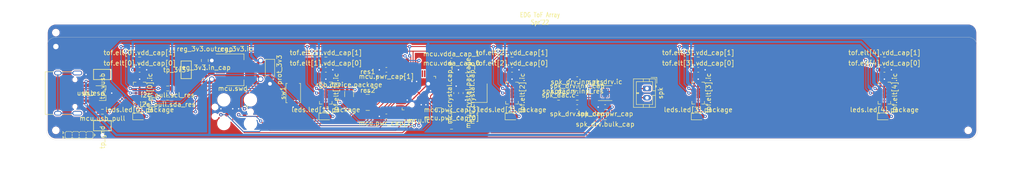
<source format=kicad_pcb>
(kicad_pcb (version 20171130) (host pcbnew "(5.1.12)-1")
  (layers (0 F.Cu signal) (31 B.Cu signal) (34 B.Paste user) (35 F.Paste user) (36 B.SilkS user) (37 F.SilkS user) (38 B.Mask user) (39 F.Mask user) (44 Edge.Cuts user))
  (net 0 "")
  (net 1 gnd)
  (net 2 v3v3)
  (net 3 vusb)
  (net 4 mcu.crystal.crystal.a)
  (net 5 mcu.swd.swd.reset)
  (net 6 mcu.swd.swd.swdio)
  (net 7 mcu.swd.swd.swo)
  (net 8 i2c_chain_0.scl)
  (net 9 i2c_chain_0.sda)
  (net 10 leds_chain_0.0)
  (net 11 leds_chain_0.1)
  (net 12 leds_chain_0.2)
  (net 13 leds_chain_0.3)
  (net 14 leds_chain_0.4)
  (net 15 spk_chain_0)
  (net 16 sw1_chain_0)
  (net 17 mcu.gpio.tof_xshut_1)
  (net 18 mcu.gpio.tof_xshut_0)
  (net 19 usb_chain_0.d_N)
  (net 20 usb_chain_0.d_P)
  (net 21 mcu.swd.swd.swclk)
  (net 22 spk_chain_2.a)
  (net 23 spk_chain_2.b)
  (net 24 spk_chain_1)
  (net 25 spk_drv.ic.inn)
  (net 26 spk_drv.inn_cap.pos)
  (net 27 spk_drv.inp_res.a)
  (net 28 usb.S1)
  (net 29 tof.xshut.3)
  (net 30 mcu.ic.osc.xtal_out)
  (net 31 mcu.gpio.tof_xshut_4)
  (net 32 tof.xshut.2)
  (net 33 res1.a.0)
  (net 34 res1.a.1)
  (net 35 res1.a.2)
  (net 36 res1.a.3)
  (net 37 res2.a.0)
  (net 38 leds_chain_0.5)
  (net 39 leds_chain_0.7)
  (net 40 leds_chain_0.6)
  (net 41 res2.a.1)
  (net 42 res2.a.2)
  (net 43 res2.a.3)
  (net 44 spk_drv.ic.inp)
  (module Connector_USB:USB_C_Receptacle_XKB_U262-16XN-4BVC11 (layer F.Cu) (at 53.5 50 270)
    (fp_text reference usb (at 0 -5.5 180) (layer F.SilkS))
    (fp_text value "COM-15111 (Sparkfun)")
    (pad S1 thru_hole oval (at -4.32 -3.105 270) (size 1 2.1) (drill oval 0.6 1.7) (layers *.Cu *.Mask) (net 28 usb.S1))
    (pad S1 thru_hole oval (at 4.32 -3.105 270) (size 1 2.1) (drill oval 0.6 1.7) (layers *.Cu *.Mask) (net 28 usb.S1))
    (pad S1 thru_hole oval (at -4.32 1.075 270) (size 1 1.6) (drill oval 0.6 1.2) (layers *.Cu *.Mask) (net 28 usb.S1))
    (pad S1 thru_hole oval (at 4.32 1.075 270) (size 1 1.6) (drill oval 0.6 1.2) (layers *.Cu *.Mask) (net 28 usb.S1))
    (pad "" np_thru_hole circle (at 2.89 -2.605 270) (size 0.65 0.65) (drill 0.65) (layers *.Cu *.Mask))
    (pad "" np_thru_hole circle (at -2.89 -2.605 270) (size 0.65 0.65) (drill 0.65) (layers *.Cu *.Mask))
    (pad B1 smd rect (at 3.05 -3.67 270) (size 0.3 1.15) (layers F.Cu F.Paste F.Mask) (net 1 gnd))
    (pad B4 smd rect (at 2.25 -3.67 270) (size 0.3 1.15) (layers F.Cu F.Paste F.Mask) (net 3 vusb))
    (pad B5 smd rect (at 1.75 -3.67 270) (size 0.3 1.15) (layers F.Cu F.Paste F.Mask))
    (pad A8 smd rect (at 1.25 -3.67 270) (size 0.3 1.15) (layers F.Cu F.Paste F.Mask))
    (pad B6 smd rect (at 0.75 -3.67 270) (size 0.3 1.15) (layers F.Cu F.Paste F.Mask) (net 20 usb_chain_0.d_P))
    (pad A7 smd rect (at 0.25 -3.67 270) (size 0.3 1.15) (layers F.Cu F.Paste F.Mask) (net 19 usb_chain_0.d_N))
    (pad A6 smd rect (at -0.25 -3.67 270) (size 0.3 1.15) (layers F.Cu F.Paste F.Mask) (net 20 usb_chain_0.d_P))
    (pad B7 smd rect (at -0.75 -3.67 270) (size 0.3 1.15) (layers F.Cu F.Paste F.Mask) (net 19 usb_chain_0.d_N))
    (pad A5 smd rect (at -1.25 -3.67 270) (size 0.3 1.15) (layers F.Cu F.Paste F.Mask))
    (pad B8 smd rect (at -1.75 -3.67 270) (size 0.3 1.15) (layers F.Cu F.Paste F.Mask))
    (pad A4 smd rect (at -2.55 -3.67 270) (size 0.3 1.15) (layers F.Cu F.Paste F.Mask) (net 3 vusb))
    (pad A1 smd rect (at -3.35 -3.67 270) (size 0.3 1.15) (layers F.Cu F.Paste F.Mask) (net 1 gnd))
    (pad B12 smd rect (at -3.05 -3.67 270) (size 0.3 1.15) (layers F.Cu F.Paste F.Mask) (net 1 gnd))
    (pad B9 smd rect (at -2.25 -3.67 270) (size 0.3 1.15) (layers F.Cu F.Paste F.Mask) (net 3 vusb))
    (pad A9 smd rect (at 2.55 -3.67 270) (size 0.3 1.15) (layers F.Cu F.Paste F.Mask) (net 3 vusb))
    (pad A12 smd rect (at 3.35 -3.67 270) (size 0.3 1.15) (layers F.Cu F.Paste F.Mask) (net 1 gnd))
  )
  (module Diode_SMD:D_SOD-123 (layer F.Cu) (at 98 45 270)
    (fp_text reference prot_3v3 (at 0 -2 90) (layer F.SilkS))
    (fp_text value "BZT52C3V6 (SMC(Sangdest Microelectronicstronic (Nanjing))) - 5μA@1V 90Ω Single 3.6V~3.8V 350mW 3.4V SOD-123 Zener Diodes ROHS")
    (pad 1 smd rect (at -1.65 0 270) (size 0.9 1.2) (layers F.Cu F.Paste F.Mask) (net 2 v3v3))
    (pad 2 smd rect (at 1.65 0 270) (size 0.9 1.2) (layers F.Cu F.Paste F.Mask) (net 1 gnd))
  )
  (module Package_TO_SOT_SMD:SOT-223-3_TabPin2 (layer F.Cu) (at 90.5 45)
    (fp_text reference reg_3v3.ic (at 0 -4.5) (layer F.SilkS))
    (fp_text value "LD1117S33TR (STMicroelectronics)")
    (pad 2 smd rect (at 3.15 0) (size 2 3.8) (layers F.Cu F.Paste F.Mask) (net 2 v3v3))
    (pad 2 smd rect (at -3.15 0) (size 2 1.5) (layers F.Cu F.Paste F.Mask) (net 2 v3v3))
    (pad 3 smd rect (at -3.15 2.3) (size 2 1.5) (layers F.Cu F.Paste F.Mask) (net 3 vusb))
    (pad 1 smd rect (at -3.15 -2.3) (size 2 1.5) (layers F.Cu F.Paste F.Mask) (net 1 gnd))
  )
  (module Capacitor_SMD:C_0603_1608Metric (layer F.Cu) (at 84 47 90)
    (fp_text reference reg_3v3.in_cap (at 2.5 0 180) (layer F.SilkS))
    (fp_text value "CC0603KRX7R9BB104 (YAGEO) - 50V 100nF X7R ±10% 0603 Multilayer Ceramic Capacitors MLCC - SMD/SMT ROHS")
    (pad 1 smd roundrect (at -0.775 0 90) (size 0.9 0.95) (layers F.Cu F.Paste F.Mask) (net 3 vusb))
    (pad 2 smd roundrect (at 0.775 0 90) (size 0.9 0.95) (layers F.Cu F.Paste F.Mask) (net 1 gnd))
  )
  (module Capacitor_SMD:C_0805_2012Metric (layer F.Cu) (at 84 43 90)
    (fp_text reference reg_3v3.out_cap (at 2.5 0 180) (layer F.SilkS))
    (fp_text value "CL21A475KAQNNNE (Samsung Electro-Mechanics) - 25V 4.7uF X5R ±10% 0805 Multilayer Ceramic Capacitors MLCC - SMD/SMT ROHS")
    (pad 1 smd roundrect (at -0.95 0 90) (size 1 1.45) (layers F.Cu F.Paste F.Mask) (net 2 v3v3))
    (pad 2 smd roundrect (at 0.95 0 90) (size 1 1.45) (layers F.Cu F.Paste F.Mask) (net 1 gnd))
  )
  (module TestPoint:TestPoint_Keystone_5015_Micro-Minature (layer F.Cu) (at 80 45 90)
    (fp_text reference tp_3v3 (at 0 -2.5 180) (layer F.SilkS))
    (fp_text value "5015 (Keystone) - v3v3")
    (pad 1 smd rect (at 0 0 90) (size 3.4 1.8) (layers F.Cu F.Paste F.Mask) (net 2 v3v3))
  )
  (module edg:Symbol_Duckling (layer F.Cu) (at 57 41)
    (fp_text reference duck hide)
    (fp_text value Duck hide)
    (fp_line (start -0.2 1.39571) (end -0.212004 1.146914) (layer F.Cu) (width 0.2))
    (fp_line (start 0.382558 1.56145) (end 0.273702 1.202597) (layer F.Cu) (width 0.2))
    (fp_circle (center 0 0) (end 2.5 0) (layer F.Cu) (width 0.2))
    (fp_line (start -0.150743 1.768905) (end -0.2 1.39571) (layer F.Cu) (width 0.2))
    (fp_line (start 0.902531 0.329667) (end 0.937407 0.022451) (layer F.Cu) (width 0.2))
    (fp_circle (center 0.3125 -1.25) (end 0.875 -1.25) (layer F.Cu) (width 0.2))
    (fp_line (start 0.792579 0.628467) (end 0.902531 0.329667) (layer F.Cu) (width 0.2))
    (fp_line (start 0.778054 -0.54137) (end 0.59375 -0.762861) (layer F.Cu) (width 0.2))
    (fp_line (start 0.895035 -0.27405) (end 0.778054 -0.54137) (layer F.Cu) (width 0.2))
    (fp_line (start 0.937407 0.022451) (end 0.895035 -0.27405) (layer F.Cu) (width 0.2))
    (fp_line (start 0.614398 0.900241) (end 0.792579 0.628467) (layer F.Cu) (width 0.2))
    (fp_line (start 0.379085 1.128065) (end 0.614398 0.900241) (layer F.Cu) (width 0.2))
    (fp_line (start -0.807277 1.374087) (end -0.51095 1.424715) (layer F.Cu) (width 0.2))
    (fp_line (start 0.101295 1.297751) (end 0.379085 1.128065) (layer F.Cu) (width 0.2))
    (fp_line (start -0.201673 1.39873) (end 0.101295 1.297751) (layer F.Cu) (width 0.2))
    (fp_line (start -1.072198 1.25) (end -0.807277 1.374087) (layer F.Cu) (width 0.2))
    (fp_line (start -0.51095 1.424715) (end -0.201673 1.39873) (layer F.Cu) (width 0.2))
    (fp_arc (start 0.255376 2.580879) (end 0.286757 1.643905) (angle -31.9) (layer F.Cu) (width 0.16))
    (fp_arc (start 0.255376 0.95693) (end -0.213243 1.768905) (angle -31.9) (layer F.Cu) (width 0.16))
    (fp_arc (start -1.045869 -1.397143) (end -0.303506 -0.391461) (angle -23.07391807) (layer F.Cu) (width 0.2))
    (fp_arc (start 0.820058 1.49895) (end 0.820058 1.43645) (angle -180) (layer F.Cu) (width 0.16))
    (fp_arc (start 0.820058 1.62395) (end 0.820058 1.56145) (angle -180) (layer F.Cu) (width 0.16))
    (fp_arc (start 0.438855 0.614222) (end -0.303506 -0.391461) (angle -50.50954913) (layer F.Cu) (width 0.2))
    (fp_arc (start -2.057586 0.480902) (end -1.072198 1.25) (angle -34.91520625) (layer F.Cu) (width 0.2))
    (fp_arc (start 1.417814 -1.468658) (end 0.869178 -1.169286) (angle -38.9) (layer F.Cu) (width 0.16))
    (fp_arc (start 0.666915 0.805586) (end -0.013396 -0.243068) (angle -64) (layer F.Cu) (width 0.16))
    (fp_arc (start 0.5 -1.375) (end 0.62074 -1.407352) (angle -150) (layer F.Cu) (width 0.16))
    (fp_arc (start 0.286757 1.831405) (end 0.286757 1.768905) (angle -180) (layer F.Cu) (width 0.16))
    (fp_arc (start 1.002382 -1.490866) (end 0.763205 -0.913443) (angle -38.9) (layer F.Cu) (width 0.16))
    (fp_arc (start 0.286757 1.706405) (end 0.286757 1.643905) (angle -180) (layer F.Cu) (width 0.16))
    (fp_arc (start -0.639602 -0.290712) (end -0.573812 0.957555) (angle -73.5) (layer F.Cu) (width 0.16))
    (fp_arc (start 0.788677 0.749475) (end 0.320058 1.56145) (angle -31.9) (layer F.Cu) (width 0.16))
    (fp_arc (start 0 0) (end 1.093749 1.89443) (angle -300) (layer F.Cu) (width 0.2))
    (fp_arc (start 0.788677 2.373424) (end 0.820058 1.43645) (angle -31.9) (layer F.Cu) (width 0.16))
  )
  (module edg:Indicator_IdDots_4 (layer F.Cu) (at 57 59)
    (fp_text reference id hide)
    (fp_text value IdDots4)
    (fp_circle (center 2.25 0) (end 2.5 0) (layer F.Cu) (width 0.5))
    (fp_circle (center 0.75 0) (end 1 0) (layer F.Cu) (width 0.5))
    (fp_circle (center -0.75 0) (end -0.5 0) (layer F.Cu) (width 0.5))
    (fp_circle (center -2.25 0) (end -2 0) (layer F.Cu) (width 0.5))
  )
  (module edg:JlcToolingHole_1.152mm (layer F.Cu) (at 52 40)
    (fp_text reference jlc_th1 hide)
    (fp_text value "")
    (pad "" np_thru_hole circle (at 0 0) (size 1.152 1.152) (drill 1.152) (layers *.Cu *.Mask))
  )
  (module edg:JlcToolingHole_1.152mm (layer F.Cu) (at 52 58)
    (fp_text reference jlc_th2 hide)
    (fp_text value "")
    (pad "" np_thru_hole circle (at 0 0) (size 1.152 1.152) (drill 1.152) (layers *.Cu *.Mask))
  )
  (module edg:JlcToolingHole_1.152mm (layer F.Cu) (at 248 58)
    (fp_text reference jlc_th3 hide)
    (fp_text value "")
    (pad "" np_thru_hole circle (at 0 0) (size 1.152 1.152) (drill 1.152) (layers *.Cu *.Mask))
  )
  (module edg:Indicator_LeadFree (layer F.Cu) (at 57 57)
    (fp_text reference leadfree hide)
    (fp_text value LeadFree hide)
    (fp_line (start -0.8 0.45) (end -0.4 0.45) (layer F.Cu) (width 0.2))
    (fp_line (start -2.05 -0.55) (end -1.8 -0.55) (layer F.Cu) (width 0.2))
    (fp_circle (center 1.25 0) (end 2.25 0) (layer F.Cu) (width 0.2))
    (fp_circle (center -1.25 0) (end -0.25 0) (layer F.Cu) (width 0.2))
    (fp_line (start 0.6 0.7) (end 1.9 -0.7) (layer F.Cu) (width 0.2))
    (fp_text user Pb (at 1.25 0) (layer F.Cu) (effects (font (size 1 0.8) (thickness 0.2))))
    (fp_text user Pb (at -1.25 0) (layer F.Cu) (effects (font (size 1 0.8) (thickness 0.2))))
  )
  (module TestPoint:TestPoint_Keystone_5015_Micro-Minature (layer F.Cu) (at 62 57 180)
    (fp_text reference tp_gnd (at 0 -2.5 270) (layer F.SilkS))
    (fp_text value "5015 (Keystone) - gnd")
    (pad 1 smd rect (at 0 0 180) (size 3.4 1.8) (layers F.Cu F.Paste F.Mask) (net 1 gnd))
  )
  (module TestPoint:TestPoint_Keystone_5015_Micro-Minature (layer F.Cu) (at 62 46 180)
    (fp_text reference tp_vusb (at 0 -2.5 270) (layer F.SilkS))
    (fp_text value "5015 (Keystone) - vusb")
    (pad 1 smd rect (at 0 0 180) (size 3.4 1.8) (layers F.Cu F.Paste F.Mask) (net 3 vusb))
  )
  (module Button_Switch_SMD:SW_Push_SPST_NO_Alps_SKRK (layer F.Cu) (at 103 50 90)
    (fp_text reference sw1 (at 0 -2.25 90) (layer F.SilkS))
    (fp_text value "3.9x2.9mm Switch")
    (pad 2 smd roundrect (at 2.1 0 90) (size 0.8 2) (layers F.Cu F.Paste F.Mask) (net 16 sw1_chain_0))
    (pad 1 smd roundrect (at -2.1 0 90) (size 0.8 2) (layers F.Cu F.Paste F.Mask) (net 1 gnd))
  )
  (module Package_TO_SOT_SMD:SOT-23 (layer F.Cu) (at 62 50)
    (fp_text reference usb_esd (at -2.5 0) (layer F.SilkS))
    (fp_text value "ESDA5V3L (STMicroelectronics)")
    (pad 1 smd rect (at -1 -0.95) (size 0.9 0.8) (layers F.Cu F.Paste F.Mask) (net 19 usb_chain_0.d_N))
    (pad 2 smd rect (at -1 0.95) (size 0.9 0.8) (layers F.Cu F.Paste F.Mask) (net 20 usb_chain_0.d_P))
    (pad 3 smd rect (at 1 0) (size 0.9 0.8) (layers F.Cu F.Paste F.Mask) (net 1 gnd))
  )
  (module LED_SMD:LED_0603_1608Metric (layer F.Cu) (at 70 55)
    (fp_text reference leds.led[0].package (at 0 -1.43) (layer F.SilkS))
    (fp_text value "KT-0603R (Hubei KENTO Elec) - Red 615~630nm 1.9~2.2V 0603 Light Emitting Diodes (LED) RoHS")
    (pad 2 smd roundrect (at 0.7875 0) (size 0.875 0.95) (layers F.Cu F.Paste F.Mask) (net 2 v3v3))
    (pad 1 smd roundrect (at -0.7875 0) (size 0.875 0.95) (layers F.Cu F.Paste F.Mask) (net 43 res2.a.3))
  )
  (module LED_SMD:LED_0603_1608Metric (layer F.Cu) (at 110 55)
    (fp_text reference leds.led[1].package (at 0 -1.43) (layer F.SilkS))
    (fp_text value "KT-0603R (Hubei KENTO Elec) - Red 615~630nm 1.9~2.2V 0603 Light Emitting Diodes (LED) RoHS")
    (pad 2 smd roundrect (at 0.7875 0) (size 0.875 0.95) (layers F.Cu F.Paste F.Mask) (net 2 v3v3))
    (pad 1 smd roundrect (at -0.7875 0) (size 0.875 0.95) (layers F.Cu F.Paste F.Mask) (net 42 res2.a.2))
  )
  (module LED_SMD:LED_0603_1608Metric (layer F.Cu) (at 150 55)
    (fp_text reference leds.led[2].package (at 0 -1.43) (layer F.SilkS))
    (fp_text value "KT-0603R (Hubei KENTO Elec) - Red 615~630nm 1.9~2.2V 0603 Light Emitting Diodes (LED) RoHS")
    (pad 1 smd roundrect (at -0.7875 0) (size 0.875 0.95) (layers F.Cu F.Paste F.Mask) (net 35 res1.a.2))
    (pad 2 smd roundrect (at 0.7875 0) (size 0.875 0.95) (layers F.Cu F.Paste F.Mask) (net 2 v3v3))
  )
  (module LED_SMD:LED_0603_1608Metric (layer F.Cu) (at 190 55)
    (fp_text reference leds.led[3].package (at 0 -1.43) (layer F.SilkS))
    (fp_text value "KT-0603R (Hubei KENTO Elec) - Red 615~630nm 1.9~2.2V 0603 Light Emitting Diodes (LED) RoHS")
    (pad 2 smd roundrect (at 0.7875 0) (size 0.875 0.95) (layers F.Cu F.Paste F.Mask) (net 2 v3v3))
    (pad 1 smd roundrect (at -0.7875 0) (size 0.875 0.95) (layers F.Cu F.Paste F.Mask) (net 34 res1.a.1))
  )
  (module LED_SMD:LED_0603_1608Metric (layer F.Cu) (at 230 55)
    (fp_text reference leds.led[4].package (at 0 -1.43) (layer F.SilkS))
    (fp_text value "KT-0603R (Hubei KENTO Elec) - Red 615~630nm 1.9~2.2V 0603 Light Emitting Diodes (LED) RoHS")
    (pad 1 smd roundrect (at -0.7875 0) (size 0.875 0.95) (layers F.Cu F.Paste F.Mask) (net 33 res1.a.0))
    (pad 2 smd roundrect (at 0.7875 0) (size 0.875 0.95) (layers F.Cu F.Paste F.Mask) (net 2 v3v3))
  )
  (module Capacitor_SMD:C_0603_1608Metric (layer F.Cu) (at 138 50 90)
    (fp_text reference mcu.crystal.cap_a (at 0 -1.43 90) (layer F.SilkS))
    (fp_text value "CL10C330JB8NNNC (Samsung Electro-Mechanics) - 50V 33pF C0G ±5% 0603 Multilayer Ceramic Capacitors MLCC - SMD/SMT ROHS")
    (pad 2 smd roundrect (at 0.775 0 90) (size 0.9 0.95) (layers F.Cu F.Paste F.Mask) (net 1 gnd))
    (pad 1 smd roundrect (at -0.775 0 90) (size 0.9 0.95) (layers F.Cu F.Paste F.Mask) (net 4 mcu.crystal.crystal.a))
  )
  (module Capacitor_SMD:C_0603_1608Metric (layer F.Cu) (at 140 50 270)
    (fp_text reference mcu.crystal.cap_b (at 0 -1.43 90) (layer F.SilkS))
    (fp_text value "CL10C330JB8NNNC (Samsung Electro-Mechanics) - 50V 33pF C0G ±5% 0603 Multilayer Ceramic Capacitors MLCC - SMD/SMT ROHS")
    (pad 1 smd roundrect (at -0.775 0 270) (size 0.9 0.95) (layers F.Cu F.Paste F.Mask) (net 30 mcu.ic.osc.xtal_out))
    (pad 2 smd roundrect (at 0.775 0 270) (size 0.9 0.95) (layers F.Cu F.Paste F.Mask) (net 1 gnd))
  )
  (module Package_QFP:LQFP-48_7x7mm_P0.5mm (layer F.Cu) (at 130 50 180)
    (fp_text reference mcu.ic (at 0 -5.85) (layer F.SilkS))
    (fp_text value "STM32F103xxT6 (STMicroelectronics)")
    (pad 1 smd roundrect (at -4.1625 -2.75 180) (size 1.475 0.3) (layers F.Cu F.Paste F.Mask) (net 2 v3v3))
    (pad 2 smd roundrect (at -4.1625 -2.25 180) (size 1.475 0.3) (layers F.Cu F.Paste F.Mask) (net 31 mcu.gpio.tof_xshut_4))
    (pad 3 smd roundrect (at -4.1625 -1.75 180) (size 1.475 0.3) (layers F.Cu F.Paste F.Mask) (net 29 tof.xshut.3))
    (pad 4 smd roundrect (at -4.1625 -1.25 180) (size 1.475 0.3) (layers F.Cu F.Paste F.Mask) (net 32 tof.xshut.2))
    (pad 5 smd roundrect (at -4.1625 -0.75 180) (size 1.475 0.3) (layers F.Cu F.Paste F.Mask) (net 4 mcu.crystal.crystal.a))
    (pad 6 smd roundrect (at -4.1625 -0.25 180) (size 1.475 0.3) (layers F.Cu F.Paste F.Mask) (net 30 mcu.ic.osc.xtal_out))
    (pad 7 smd roundrect (at -4.1625 0.25 180) (size 1.475 0.3) (layers F.Cu F.Paste F.Mask) (net 5 mcu.swd.swd.reset))
    (pad 8 smd roundrect (at -4.1625 0.75 180) (size 1.475 0.3) (layers F.Cu F.Paste F.Mask) (net 1 gnd))
    (pad 9 smd roundrect (at -4.1625 1.25 180) (size 1.475 0.3) (layers F.Cu F.Paste F.Mask) (net 2 v3v3))
    (pad 10 smd roundrect (at -4.1625 1.75 180) (size 1.475 0.3) (layers F.Cu F.Paste F.Mask))
    (pad 11 smd roundrect (at -4.1625 2.25 180) (size 1.475 0.3) (layers F.Cu F.Paste F.Mask) (net 15 spk_chain_0))
    (pad 12 smd roundrect (at -4.1625 2.75 180) (size 1.475 0.3) (layers F.Cu F.Paste F.Mask))
    (pad 13 smd roundrect (at -2.75 4.1625 180) (size 0.3 1.475) (layers F.Cu F.Paste F.Mask))
    (pad 14 smd roundrect (at -2.25 4.1625 180) (size 0.3 1.475) (layers F.Cu F.Paste F.Mask))
    (pad 15 smd roundrect (at -1.75 4.1625 180) (size 0.3 1.475) (layers F.Cu F.Paste F.Mask))
    (pad 16 smd roundrect (at -1.25 4.1625 180) (size 0.3 1.475) (layers F.Cu F.Paste F.Mask))
    (pad 17 smd roundrect (at -0.75 4.1625 180) (size 0.3 1.475) (layers F.Cu F.Paste F.Mask))
    (pad 18 smd roundrect (at -0.25 4.1625 180) (size 0.3 1.475) (layers F.Cu F.Paste F.Mask))
    (pad 19 smd roundrect (at 0.25 4.1625 180) (size 0.3 1.475) (layers F.Cu F.Paste F.Mask) (net 16 sw1_chain_0))
    (pad 20 smd roundrect (at 0.75 4.1625 180) (size 0.3 1.475) (layers F.Cu F.Paste F.Mask) (net 14 leds_chain_0.4))
    (pad 21 smd roundrect (at 1.25 4.1625 180) (size 0.3 1.475) (layers F.Cu F.Paste F.Mask) (net 8 i2c_chain_0.scl))
    (pad 22 smd roundrect (at 1.75 4.1625 180) (size 0.3 1.475) (layers F.Cu F.Paste F.Mask) (net 9 i2c_chain_0.sda))
    (pad 23 smd roundrect (at 2.25 4.1625 180) (size 0.3 1.475) (layers F.Cu F.Paste F.Mask) (net 1 gnd))
    (pad 24 smd roundrect (at 2.75 4.1625 180) (size 0.3 1.475) (layers F.Cu F.Paste F.Mask) (net 2 v3v3))
    (pad 25 smd roundrect (at 4.1625 2.75 180) (size 1.475 0.3) (layers F.Cu F.Paste F.Mask) (net 13 leds_chain_0.3))
    (pad 26 smd roundrect (at 4.1625 2.25 180) (size 1.475 0.3) (layers F.Cu F.Paste F.Mask) (net 12 leds_chain_0.2))
    (pad 27 smd roundrect (at 4.1625 1.75 180) (size 1.475 0.3) (layers F.Cu F.Paste F.Mask) (net 39 leds_chain_0.7))
    (pad 28 smd roundrect (at 4.1625 1.25 180) (size 1.475 0.3) (layers F.Cu F.Paste F.Mask) (net 38 leds_chain_0.5))
    (pad 29 smd roundrect (at 4.1625 0.75 180) (size 1.475 0.3) (layers F.Cu F.Paste F.Mask) (net 40 leds_chain_0.6))
    (pad 30 smd roundrect (at 4.1625 0.25 180) (size 1.475 0.3) (layers F.Cu F.Paste F.Mask) (net 11 leds_chain_0.1))
    (pad 31 smd roundrect (at 4.1625 -0.25 180) (size 1.475 0.3) (layers F.Cu F.Paste F.Mask) (net 10 leds_chain_0.0))
    (pad 32 smd roundrect (at 4.1625 -0.75 180) (size 1.475 0.3) (layers F.Cu F.Paste F.Mask) (net 19 usb_chain_0.d_N))
    (pad 33 smd roundrect (at 4.1625 -1.25 180) (size 1.475 0.3) (layers F.Cu F.Paste F.Mask) (net 20 usb_chain_0.d_P))
    (pad 34 smd roundrect (at 4.1625 -1.75 180) (size 1.475 0.3) (layers F.Cu F.Paste F.Mask) (net 6 mcu.swd.swd.swdio))
    (pad 35 smd roundrect (at 4.1625 -2.25 180) (size 1.475 0.3) (layers F.Cu F.Paste F.Mask) (net 1 gnd))
    (pad 36 smd roundrect (at 4.1625 -2.75 180) (size 1.475 0.3) (layers F.Cu F.Paste F.Mask) (net 2 v3v3))
    (pad 37 smd roundrect (at 2.75 -4.1625 180) (size 0.3 1.475) (layers F.Cu F.Paste F.Mask) (net 21 mcu.swd.swd.swclk))
    (pad 38 smd roundrect (at 2.25 -4.1625 180) (size 0.3 1.475) (layers F.Cu F.Paste F.Mask))
    (pad 39 smd roundrect (at 1.75 -4.1625 180) (size 0.3 1.475) (layers F.Cu F.Paste F.Mask) (net 7 mcu.swd.swd.swo))
    (pad 40 smd roundrect (at 1.25 -4.1625 180) (size 0.3 1.475) (layers F.Cu F.Paste F.Mask))
    (pad 41 smd roundrect (at 0.75 -4.1625 180) (size 0.3 1.475) (layers F.Cu F.Paste F.Mask) (net 18 mcu.gpio.tof_xshut_0))
    (pad 42 smd roundrect (at 0.25 -4.1625 180) (size 0.3 1.475) (layers F.Cu F.Paste F.Mask) (net 17 mcu.gpio.tof_xshut_1))
    (pad 43 smd roundrect (at -0.25 -4.1625 180) (size 0.3 1.475) (layers F.Cu F.Paste F.Mask))
    (pad 44 smd roundrect (at -0.75 -4.1625 180) (size 0.3 1.475) (layers F.Cu F.Paste F.Mask) (net 1 gnd))
    (pad 45 smd roundrect (at -1.25 -4.1625 180) (size 0.3 1.475) (layers F.Cu F.Paste F.Mask))
    (pad 46 smd roundrect (at -1.75 -4.1625 180) (size 0.3 1.475) (layers F.Cu F.Paste F.Mask))
    (pad 47 smd roundrect (at -2.25 -4.1625 180) (size 0.3 1.475) (layers F.Cu F.Paste F.Mask) (net 1 gnd))
    (pad 48 smd roundrect (at -2.75 -4.1625 180) (size 0.3 1.475) (layers F.Cu F.Paste F.Mask) (net 2 v3v3))
  )
  (module Capacitor_SMD:C_0805_2012Metric (layer F.Cu) (at 137 57)
    (fp_text reference mcu.pwr_cap[0] (at 0 -1.68) (layer F.SilkS))
    (fp_text value "CL21A475KAQNNNE (Samsung Electro-Mechanics) - 25V 4.7uF X5R ±10% 0805 Multilayer Ceramic Capacitors MLCC - SMD/SMT ROHS")
    (pad 1 smd roundrect (at -0.95 0) (size 1 1.45) (layers F.Cu F.Paste F.Mask) (net 2 v3v3))
    (pad 2 smd roundrect (at 0.95 0) (size 1 1.45) (layers F.Cu F.Paste F.Mask) (net 1 gnd))
  )
  (module Capacitor_SMD:C_0603_1608Metric (layer F.Cu) (at 123 45 180)
    (fp_text reference mcu.pwr_cap[1] (at 0 -1.43) (layer F.SilkS))
    (fp_text value "CC0603KRX7R9BB104 (YAGEO) - 50V 100nF X7R ±10% 0603 Multilayer Ceramic Capacitors MLCC - SMD/SMT ROHS")
    (pad 1 smd roundrect (at -0.775 0 180) (size 0.9 0.95) (layers F.Cu F.Paste F.Mask) (net 2 v3v3))
    (pad 2 smd roundrect (at 0.775 0 180) (size 0.9 0.95) (layers F.Cu F.Paste F.Mask) (net 1 gnd))
  )
  (module Capacitor_SMD:C_0603_1608Metric (layer F.Cu) (at 123 55 180)
    (fp_text reference mcu.pwr_cap[2] (at 0 -1.43) (layer F.SilkS))
    (fp_text value "CC0603KRX7R9BB104 (YAGEO) - 50V 100nF X7R ±10% 0603 Multilayer Ceramic Capacitors MLCC - SMD/SMT ROHS")
    (pad 2 smd roundrect (at 0.775 0 180) (size 0.9 0.95) (layers F.Cu F.Paste F.Mask) (net 1 gnd))
    (pad 1 smd roundrect (at -0.775 0 180) (size 0.9 0.95) (layers F.Cu F.Paste F.Mask) (net 2 v3v3))
  )
  (module Capacitor_SMD:C_0603_1608Metric (layer F.Cu) (at 137 55)
    (fp_text reference mcu.pwr_cap[3] (at 0 -1.43) (layer F.SilkS))
    (fp_text value "CC0603KRX7R9BB104 (YAGEO) - 50V 100nF X7R ±10% 0603 Multilayer Ceramic Capacitors MLCC - SMD/SMT ROHS")
    (pad 1 smd roundrect (at -0.775 0) (size 0.9 0.95) (layers F.Cu F.Paste F.Mask) (net 2 v3v3))
    (pad 2 smd roundrect (at 0.775 0) (size 0.9 0.95) (layers F.Cu F.Paste F.Mask) (net 1 gnd))
  )
  (module Resistor_SMD:R_0603_1608Metric (layer F.Cu) (at 62 54 180)
    (fp_text reference mcu.usb_pull (at 0 -1.43) (layer F.SilkS))
    (fp_text value "0603WAF1501T5E (UNI-ROYAL(Uniroyal Elec)) - ±1% 1/10W Thick Film Resistors 75V ±100ppm/℃ -55℃~+155℃ 1.5kΩ 0603 Chip Resistor - Surface Mount ROHS")
    (pad 1 smd roundrect (at -0.825 0 180) (size 0.8 0.95) (layers F.Cu F.Paste F.Mask) (net 2 v3v3))
    (pad 2 smd roundrect (at 0.825 0 180) (size 0.8 0.95) (layers F.Cu F.Paste F.Mask) (net 20 usb_chain_0.d_P))
  )
  (module Capacitor_SMD:C_0603_1608Metric (layer F.Cu) (at 137 45)
    (fp_text reference mcu.vdda_cap_0 (at 0 -1.43) (layer F.SilkS))
    (fp_text value "0603B103K500NT (FH(Guangdong Fenghua Advanced Tech)) - 50V 10nF X7R ±10% 0603 Multilayer Ceramic Capacitors MLCC - SMD/SMT ROHS")
    (pad 2 smd roundrect (at 0.775 0) (size 0.9 0.95) (layers F.Cu F.Paste F.Mask) (net 1 gnd))
    (pad 1 smd roundrect (at -0.775 0) (size 0.9 0.95) (layers F.Cu F.Paste F.Mask) (net 2 v3v3))
  )
  (module Capacitor_SMD:C_0603_1608Metric (layer F.Cu) (at 137 43)
    (fp_text reference mcu.vdda_cap_1 (at 0 -1.43) (layer F.SilkS))
    (fp_text value "CL10A105KB8NNNC (Samsung Electro-Mechanics) - 50V 1uF X5R ±10% 0603 Multilayer Ceramic Capacitors MLCC - SMD/SMT ROHS")
    (pad 1 smd roundrect (at -0.775 0) (size 0.9 0.95) (layers F.Cu F.Paste F.Mask) (net 2 v3v3))
    (pad 2 smd roundrect (at 0.775 0) (size 0.9 0.95) (layers F.Cu F.Paste F.Mask) (net 1 gnd))
  )
  (module Resistor_SMD:R_0603_1608Metric (layer F.Cu) (at 76 49 180)
    (fp_text reference i2c_pull.scl_res (at 0 -1.43) (layer F.SilkS))
    (fp_text value "0603WAF4701T5E (UNI-ROYAL(Uniroyal Elec)) - ±1% 1/10W Thick Film Resistors 75V ±100ppm/℃ -55℃~+155℃ 4.7kΩ 0603 Chip Resistor - Surface Mount ROHS")
    (pad 1 smd roundrect (at -0.825 0 180) (size 0.8 0.95) (layers F.Cu F.Paste F.Mask) (net 2 v3v3))
    (pad 2 smd roundrect (at 0.825 0 180) (size 0.8 0.95) (layers F.Cu F.Paste F.Mask) (net 8 i2c_chain_0.scl))
  )
  (module Resistor_SMD:R_0603_1608Metric (layer F.Cu) (at 76 51 180)
    (fp_text reference i2c_pull.sda_res (at 0 -1.43) (layer F.SilkS))
    (fp_text value "0603WAF4701T5E (UNI-ROYAL(Uniroyal Elec)) - ±1% 1/10W Thick Film Resistors 75V ±100ppm/℃ -55℃~+155℃ 4.7kΩ 0603 Chip Resistor - Surface Mount ROHS")
    (pad 1 smd roundrect (at -0.825 0 180) (size 0.8 0.95) (layers F.Cu F.Paste F.Mask) (net 2 v3v3))
    (pad 2 smd roundrect (at 0.825 0 180) (size 0.8 0.95) (layers F.Cu F.Paste F.Mask) (net 9 i2c_chain_0.sda))
  )
  (module Connector:Tag-Connect_TC2050-IDC-FP_2x05_P1.27mm_Vertical (layer F.Cu) (at 90 54 180)
    (fp_text reference mcu.swd (at 0 5) (layer F.SilkS))
    (fp_text value SWD)
    (pad "" np_thru_hole circle (at 3.81 -1.016 180) (size 0.9906 0.9906) (drill 0.9906) (layers *.Cu *.Mask))
    (pad "" np_thru_hole circle (at 3.81 1.016 180) (size 0.9906 0.9906) (drill 0.9906) (layers *.Cu *.Mask))
    (pad "" np_thru_hole circle (at -3.81 0 180) (size 0.9906 0.9906) (drill 0.9906) (layers *.Cu *.Mask))
    (pad 1 connect circle (at -2.54 0.635 180) (size 0.7874 0.7874) (layers F.Cu F.Mask) (net 2 v3v3))
    (pad 2 connect circle (at -1.27 0.635 180) (size 0.7874 0.7874) (layers F.Cu F.Mask) (net 1 gnd))
    (pad 3 connect circle (at 0 0.635 180) (size 0.7874 0.7874) (layers F.Cu F.Mask) (net 1 gnd))
    (pad 4 connect circle (at 1.27 0.635 180) (size 0.7874 0.7874) (layers F.Cu F.Mask))
    (pad 5 connect circle (at 2.54 0.635 180) (size 0.7874 0.7874) (layers F.Cu F.Mask) (net 1 gnd))
    (pad 6 connect circle (at 2.54 -0.635 180) (size 0.7874 0.7874) (layers F.Cu F.Mask) (net 5 mcu.swd.swd.reset))
    (pad 7 connect circle (at 1.27 -0.635 180) (size 0.7874 0.7874) (layers F.Cu F.Mask))
    (pad 8 connect circle (at 0 -0.635 180) (size 0.7874 0.7874) (layers F.Cu F.Mask) (net 7 mcu.swd.swd.swo))
    (pad 9 connect circle (at -1.27 -0.635 180) (size 0.7874 0.7874) (layers F.Cu F.Mask) (net 21 mcu.swd.swd.swclk))
    (pad 10 connect circle (at -2.54 -0.635 180) (size 0.7874 0.7874) (layers F.Cu F.Mask) (net 6 mcu.swd.swd.swdio))
    (pad "" np_thru_hole circle (at -3.81 -2.54 180) (size 2.3749 2.3749) (drill 2.3749) (layers *.Cu *.Mask))
    (pad "" np_thru_hole circle (at -3.81 2.54 180) (size 2.3749 2.3749) (drill 2.3749) (layers *.Cu *.Mask))
    (pad "" np_thru_hole circle (at 1.905 2.54 180) (size 2.3749 2.3749) (drill 2.3749) (layers *.Cu *.Mask))
    (pad "" np_thru_hole circle (at 1.905 -2.54 180) (size 2.3749 2.3749) (drill 2.3749) (layers *.Cu *.Mask))
  )
  (module Connector_JST:JST_PH_B2B-PH-K_1x02_P2.00mm_Vertical (layer F.Cu) (at 179 49 270)
    (fp_text reference spk (at 1 -2.9 90) (layer F.SilkS))
    (fp_text value "B2B-PH-K (JST)")
    (pad 1 thru_hole roundrect (at 0 0 270) (size 1.2 1.75) (drill 0.75) (layers *.Cu *.Mask) (roundrect_rratio 0.2083325) (net 22 spk_chain_2.a))
    (pad 2 thru_hole oval (at 2 0 270) (size 1.2 1.75) (drill 0.75) (layers *.Cu *.Mask) (net 23 spk_chain_2.b))
  )
  (module Capacitor_SMD:C_0603_1608Metric (layer F.Cu) (at 160 49 180)
    (fp_text reference spk_dac.c (at 0 -1.43) (layer F.SilkS))
    (fp_text value "CL10B473KB8NNNC (Samsung Electro-Mechanics) - 50V 47nF X7R ±10% 0603 Multilayer Ceramic Capacitors MLCC - SMD/SMT ROHS")
    (pad 2 smd roundrect (at 0.775 0 180) (size 0.9 0.95) (layers F.Cu F.Paste F.Mask) (net 1 gnd))
    (pad 1 smd roundrect (at -0.775 0 180) (size 0.9 0.95) (layers F.Cu F.Paste F.Mask) (net 24 spk_chain_1))
  )
  (module Resistor_SMD:R_0603_1608Metric (layer F.Cu) (at 160 51)
    (fp_text reference spk_dac.r (at 0 -1.43) (layer F.SilkS))
    (fp_text value "0603WAF1001T5E (UNI-ROYAL(Uniroyal Elec)) - ±1% 1/10W Thick Film Resistors 75V ±100ppm/℃ -55℃~+155℃ 1kΩ 0603 Chip Resistor - Surface Mount ROHS")
    (pad 2 smd roundrect (at 0.825 0) (size 0.8 0.95) (layers F.Cu F.Paste F.Mask) (net 24 spk_chain_1))
    (pad 1 smd roundrect (at -0.825 0) (size 0.8 0.95) (layers F.Cu F.Paste F.Mask) (net 15 spk_chain_0))
  )
  (module Capacitor_SMD:C_0805_2012Metric (layer F.Cu) (at 170 55 180)
    (fp_text reference spk_drv.bulk_cap (at 0 -1.68) (layer F.SilkS))
    (fp_text value "CL21A475KAQNNNE (Samsung Electro-Mechanics) - 25V 4.7uF X5R ±10% 0805 Multilayer Ceramic Capacitors MLCC - SMD/SMT ROHS")
    (pad 1 smd roundrect (at -0.95 0 180) (size 1 1.45) (layers F.Cu F.Paste F.Mask) (net 3 vusb))
    (pad 2 smd roundrect (at 0.95 0 180) (size 1 1.45) (layers F.Cu F.Paste F.Mask) (net 1 gnd))
  )
  (module Package_SO:MSOP-8-1EP_3x3mm_P0.65mm_EP1.68x1.88mm_ThermalVias (layer F.Cu) (at 170 50)
    (fp_text reference spk_drv.ic (at 0 -2.45) (layer F.SilkS))
    (fp_text value "TPA2005D1 (Texas Instruments)")
    (pad 1 smd roundrect (at -2.15 -0.975) (size 1.45 0.4) (layers F.Cu F.Paste F.Mask) (net 3 vusb))
    (pad 2 smd roundrect (at -2.15 -0.325) (size 1.45 0.4) (layers F.Cu F.Paste F.Mask))
    (pad 3 smd roundrect (at -2.15 0.325) (size 1.45 0.4) (layers F.Cu F.Paste F.Mask) (net 25 spk_drv.ic.inn))
    (pad 4 smd roundrect (at -2.15 0.975) (size 1.45 0.4) (layers F.Cu F.Paste F.Mask) (net 44 spk_drv.ic.inp))
    (pad 5 smd roundrect (at 2.15 0.975) (size 1.45 0.4) (layers F.Cu F.Paste F.Mask) (net 23 spk_chain_2.b))
    (pad 6 smd roundrect (at 2.15 0.325) (size 1.45 0.4) (layers F.Cu F.Paste F.Mask) (net 3 vusb))
    (pad 7 smd roundrect (at 2.15 -0.325) (size 1.45 0.4) (layers F.Cu F.Paste F.Mask) (net 1 gnd))
    (pad 8 smd roundrect (at 2.15 -0.975) (size 1.45 0.4) (layers F.Cu F.Paste F.Mask) (net 22 spk_chain_2.a))
    (pad 9 smd rect (at 0 0) (size 1.68 1.88) (layers F.Cu F.Mask) (net 1 gnd))
    (pad 9 thru_hole circle (at -0.55 -0.65) (size 0.5 0.5) (drill 0.2) (layers *.Cu) (net 1 gnd))
    (pad 9 thru_hole circle (at 0.55 -0.65) (size 0.5 0.5) (drill 0.2) (layers *.Cu) (net 1 gnd))
    (pad 9 thru_hole circle (at -0.55 0.65) (size 0.5 0.5) (drill 0.2) (layers *.Cu) (net 1 gnd))
    (pad 9 thru_hole circle (at 0.55 0.65) (size 0.5 0.5) (drill 0.2) (layers *.Cu) (net 1 gnd))
    (pad 9 smd rect (at 0 0) (size 1.6 1.8) (layers B.Cu) (net 1 gnd))
  )
  (module Capacitor_SMD:C_0603_1608Metric (layer F.Cu) (at 164 47 180)
    (fp_text reference spk_drv.inn_cap (at 0 -1.43) (layer F.SilkS))
    (fp_text value "CL10A105KB8NNNC (Samsung Electro-Mechanics) - 50V 1uF X5R ±10% 0603 Multilayer Ceramic Capacitors MLCC - SMD/SMT ROHS")
    (pad 1 smd roundrect (at -0.775 0 180) (size 0.9 0.95) (layers F.Cu F.Paste F.Mask) (net 26 spk_drv.inn_cap.pos))
    (pad 2 smd roundrect (at 0.775 0 180) (size 0.9 0.95) (layers F.Cu F.Paste F.Mask) (net 1 gnd))
  )
  (module Resistor_SMD:R_0603_1608Metric (layer F.Cu) (at 164 49)
    (fp_text reference spk_drv.inn_res (at 0 -1.43) (layer F.SilkS))
    (fp_text value "0603WAF3002T5E (UNI-ROYAL(Uniroyal Elec)) - ±1% 1/10W Thick Film Resistors 75V ±100ppm/℃ -55℃~+155℃ 30kΩ 0603 Chip Resistor - Surface Mount ROHS")
    (pad 2 smd roundrect (at 0.825 0) (size 0.8 0.95) (layers F.Cu F.Paste F.Mask) (net 25 spk_drv.ic.inn))
    (pad 1 smd roundrect (at -0.825 0) (size 0.8 0.95) (layers F.Cu F.Paste F.Mask) (net 26 spk_drv.inn_cap.pos))
  )
  (module Capacitor_SMD:C_0603_1608Metric (layer F.Cu) (at 164 53 180)
    (fp_text reference spk_drv.inp_cap (at 0 -1.43) (layer F.SilkS))
    (fp_text value "CL10A105KB8NNNC (Samsung Electro-Mechanics) - 50V 1uF X5R ±10% 0603 Multilayer Ceramic Capacitors MLCC - SMD/SMT ROHS")
    (pad 2 smd roundrect (at 0.775 0 180) (size 0.9 0.95) (layers F.Cu F.Paste F.Mask) (net 24 spk_chain_1))
    (pad 1 smd roundrect (at -0.775 0 180) (size 0.9 0.95) (layers F.Cu F.Paste F.Mask) (net 27 spk_drv.inp_res.a))
  )
  (module Resistor_SMD:R_0603_1608Metric (layer F.Cu) (at 164 51)
    (fp_text reference spk_drv.inp_res (at 0 -1.43) (layer F.SilkS))
    (fp_text value "0603WAF3002T5E (UNI-ROYAL(Uniroyal Elec)) - ±1% 1/10W Thick Film Resistors 75V ±100ppm/℃ -55℃~+155℃ 30kΩ 0603 Chip Resistor - Surface Mount ROHS")
    (pad 1 smd roundrect (at -0.825 0) (size 0.8 0.95) (layers F.Cu F.Paste F.Mask) (net 27 spk_drv.inp_res.a))
    (pad 2 smd roundrect (at 0.825 0) (size 0.8 0.95) (layers F.Cu F.Paste F.Mask) (net 44 spk_drv.ic.inp))
  )
  (module Capacitor_SMD:C_0603_1608Metric (layer F.Cu) (at 170 53 180)
    (fp_text reference spk_drv.pwr_cap (at 0 -1.43) (layer F.SilkS))
    (fp_text value "CC0603KRX7R9BB104 (YAGEO) - 50V 100nF X7R ±10% 0603 Multilayer Ceramic Capacitors MLCC - SMD/SMT ROHS")
    (pad 1 smd roundrect (at -0.775 0 180) (size 0.9 0.95) (layers F.Cu F.Paste F.Mask) (net 3 vusb))
    (pad 2 smd roundrect (at 0.775 0 180) (size 0.9 0.95) (layers F.Cu F.Paste F.Mask) (net 1 gnd))
  )
  (module OptoDevice:ST_VL53L0X (layer F.Cu) (at 70 50 270)
    (fp_text reference tof.elt[0].ic (at 0 -2.2 270) (layer F.SilkS))
    (fp_text value "VL53L0X (STMicroelectronics)")
    (pad 1 smd rect (at -1.6 -0.8) (size 0.5 0.5) (layers F.Cu F.Paste F.Mask) (net 2 v3v3))
    (pad 2 smd rect (at -0.8 -0.79) (size 0.5 0.5) (layers F.Cu F.Paste F.Mask) (net 1 gnd))
    (pad 3 smd rect (at 0 -0.8) (size 0.5 0.5) (layers F.Cu F.Paste F.Mask) (net 1 gnd))
    (pad 4 smd rect (at 0.8 -0.8) (size 0.5 0.5) (layers F.Cu F.Paste F.Mask) (net 1 gnd))
    (pad 5 smd rect (at 1.6 -0.8) (size 0.5 0.5) (layers F.Cu F.Paste F.Mask) (net 18 mcu.gpio.tof_xshut_0))
    (pad 6 smd rect (at 1.6 0) (size 0.5 0.5) (layers F.Cu F.Paste F.Mask) (net 1 gnd))
    (pad 7 smd rect (at 1.6 0.8) (size 0.5 0.5) (layers F.Cu F.Paste F.Mask))
    (pad 8 smd rect (at 0.8 0.8) (size 0.5 0.5) (layers F.Cu F.Paste F.Mask))
    (pad 9 smd rect (at 0 0.8) (size 0.5 0.5) (layers F.Cu F.Paste F.Mask) (net 9 i2c_chain_0.sda))
    (pad 10 smd rect (at -0.8 0.8) (size 0.5 0.5) (layers F.Cu F.Paste F.Mask) (net 8 i2c_chain_0.scl))
    (pad 11 smd rect (at -1.6 0.8) (size 0.5 0.5) (layers F.Cu F.Paste F.Mask) (net 2 v3v3))
    (pad 12 smd rect (at -1.6 0) (size 0.5 0.5) (layers F.Cu F.Paste F.Mask) (net 1 gnd))
  )
  (module OptoDevice:ST_VL53L0X (layer F.Cu) (at 110 50 270)
    (fp_text reference tof.elt[1].ic (at 0 -2.2 270) (layer F.SilkS))
    (fp_text value "VL53L0X (STMicroelectronics)")
    (pad 12 smd rect (at -1.6 0) (size 0.5 0.5) (layers F.Cu F.Paste F.Mask) (net 1 gnd))
    (pad 11 smd rect (at -1.6 0.8) (size 0.5 0.5) (layers F.Cu F.Paste F.Mask) (net 2 v3v3))
    (pad 10 smd rect (at -0.8 0.8) (size 0.5 0.5) (layers F.Cu F.Paste F.Mask) (net 8 i2c_chain_0.scl))
    (pad 9 smd rect (at 0 0.8) (size 0.5 0.5) (layers F.Cu F.Paste F.Mask) (net 9 i2c_chain_0.sda))
    (pad 8 smd rect (at 0.8 0.8) (size 0.5 0.5) (layers F.Cu F.Paste F.Mask))
    (pad 7 smd rect (at 1.6 0.8) (size 0.5 0.5) (layers F.Cu F.Paste F.Mask))
    (pad 6 smd rect (at 1.6 0) (size 0.5 0.5) (layers F.Cu F.Paste F.Mask) (net 1 gnd))
    (pad 5 smd rect (at 1.6 -0.8) (size 0.5 0.5) (layers F.Cu F.Paste F.Mask) (net 17 mcu.gpio.tof_xshut_1))
    (pad 4 smd rect (at 0.8 -0.8) (size 0.5 0.5) (layers F.Cu F.Paste F.Mask) (net 1 gnd))
    (pad 3 smd rect (at 0 -0.8) (size 0.5 0.5) (layers F.Cu F.Paste F.Mask) (net 1 gnd))
    (pad 2 smd rect (at -0.8 -0.79) (size 0.5 0.5) (layers F.Cu F.Paste F.Mask) (net 1 gnd))
    (pad 1 smd rect (at -1.6 -0.8) (size 0.5 0.5) (layers F.Cu F.Paste F.Mask) (net 2 v3v3))
  )
  (module OptoDevice:ST_VL53L0X (layer F.Cu) (at 150 50 270)
    (fp_text reference tof.elt[2].ic (at 0 -2.2 270) (layer F.SilkS))
    (fp_text value "VL53L0X (STMicroelectronics)")
    (pad 1 smd rect (at -1.6 -0.8) (size 0.5 0.5) (layers F.Cu F.Paste F.Mask) (net 2 v3v3))
    (pad 2 smd rect (at -0.8 -0.79) (size 0.5 0.5) (layers F.Cu F.Paste F.Mask) (net 1 gnd))
    (pad 3 smd rect (at 0 -0.8) (size 0.5 0.5) (layers F.Cu F.Paste F.Mask) (net 1 gnd))
    (pad 4 smd rect (at 0.8 -0.8) (size 0.5 0.5) (layers F.Cu F.Paste F.Mask) (net 1 gnd))
    (pad 5 smd rect (at 1.6 -0.8) (size 0.5 0.5) (layers F.Cu F.Paste F.Mask) (net 32 tof.xshut.2))
    (pad 6 smd rect (at 1.6 0) (size 0.5 0.5) (layers F.Cu F.Paste F.Mask) (net 1 gnd))
    (pad 7 smd rect (at 1.6 0.8) (size 0.5 0.5) (layers F.Cu F.Paste F.Mask))
    (pad 8 smd rect (at 0.8 0.8) (size 0.5 0.5) (layers F.Cu F.Paste F.Mask))
    (pad 9 smd rect (at 0 0.8) (size 0.5 0.5) (layers F.Cu F.Paste F.Mask) (net 9 i2c_chain_0.sda))
    (pad 10 smd rect (at -0.8 0.8) (size 0.5 0.5) (layers F.Cu F.Paste F.Mask) (net 8 i2c_chain_0.scl))
    (pad 11 smd rect (at -1.6 0.8) (size 0.5 0.5) (layers F.Cu F.Paste F.Mask) (net 2 v3v3))
    (pad 12 smd rect (at -1.6 0) (size 0.5 0.5) (layers F.Cu F.Paste F.Mask) (net 1 gnd))
  )
  (module OptoDevice:ST_VL53L0X (layer F.Cu) (at 190 50 270)
    (fp_text reference tof.elt[3].ic (at 0 -2.2 270) (layer F.SilkS))
    (fp_text value "VL53L0X (STMicroelectronics)")
    (pad 12 smd rect (at -1.6 0) (size 0.5 0.5) (layers F.Cu F.Paste F.Mask) (net 1 gnd))
    (pad 11 smd rect (at -1.6 0.8) (size 0.5 0.5) (layers F.Cu F.Paste F.Mask) (net 2 v3v3))
    (pad 10 smd rect (at -0.8 0.8) (size 0.5 0.5) (layers F.Cu F.Paste F.Mask) (net 8 i2c_chain_0.scl))
    (pad 9 smd rect (at 0 0.8) (size 0.5 0.5) (layers F.Cu F.Paste F.Mask) (net 9 i2c_chain_0.sda))
    (pad 8 smd rect (at 0.8 0.8) (size 0.5 0.5) (layers F.Cu F.Paste F.Mask))
    (pad 7 smd rect (at 1.6 0.8) (size 0.5 0.5) (layers F.Cu F.Paste F.Mask))
    (pad 6 smd rect (at 1.6 0) (size 0.5 0.5) (layers F.Cu F.Paste F.Mask) (net 1 gnd))
    (pad 5 smd rect (at 1.6 -0.8) (size 0.5 0.5) (layers F.Cu F.Paste F.Mask) (net 29 tof.xshut.3))
    (pad 4 smd rect (at 0.8 -0.8) (size 0.5 0.5) (layers F.Cu F.Paste F.Mask) (net 1 gnd))
    (pad 3 smd rect (at 0 -0.8) (size 0.5 0.5) (layers F.Cu F.Paste F.Mask) (net 1 gnd))
    (pad 2 smd rect (at -0.8 -0.79) (size 0.5 0.5) (layers F.Cu F.Paste F.Mask) (net 1 gnd))
    (pad 1 smd rect (at -1.6 -0.8) (size 0.5 0.5) (layers F.Cu F.Paste F.Mask) (net 2 v3v3))
  )
  (module OptoDevice:ST_VL53L0X (layer F.Cu) (at 230 50 270)
    (fp_text reference tof.elt[4].ic (at 0 -2.2 270) (layer F.SilkS))
    (fp_text value "VL53L0X (STMicroelectronics)")
    (pad 1 smd rect (at -1.6 -0.8) (size 0.5 0.5) (layers F.Cu F.Paste F.Mask) (net 2 v3v3))
    (pad 2 smd rect (at -0.8 -0.79) (size 0.5 0.5) (layers F.Cu F.Paste F.Mask) (net 1 gnd))
    (pad 3 smd rect (at 0 -0.8) (size 0.5 0.5) (layers F.Cu F.Paste F.Mask) (net 1 gnd))
    (pad 4 smd rect (at 0.8 -0.8) (size 0.5 0.5) (layers F.Cu F.Paste F.Mask) (net 1 gnd))
    (pad 5 smd rect (at 1.6 -0.8) (size 0.5 0.5) (layers F.Cu F.Paste F.Mask) (net 31 mcu.gpio.tof_xshut_4))
    (pad 6 smd rect (at 1.6 0) (size 0.5 0.5) (layers F.Cu F.Paste F.Mask) (net 1 gnd))
    (pad 7 smd rect (at 1.6 0.8) (size 0.5 0.5) (layers F.Cu F.Paste F.Mask))
    (pad 8 smd rect (at 0.8 0.8) (size 0.5 0.5) (layers F.Cu F.Paste F.Mask))
    (pad 9 smd rect (at 0 0.8) (size 0.5 0.5) (layers F.Cu F.Paste F.Mask) (net 9 i2c_chain_0.sda))
    (pad 10 smd rect (at -0.8 0.8) (size 0.5 0.5) (layers F.Cu F.Paste F.Mask) (net 8 i2c_chain_0.scl))
    (pad 11 smd rect (at -1.6 0.8) (size 0.5 0.5) (layers F.Cu F.Paste F.Mask) (net 2 v3v3))
    (pad 12 smd rect (at -1.6 0) (size 0.5 0.5) (layers F.Cu F.Paste F.Mask) (net 1 gnd))
  )
  (module Capacitor_SMD:C_0603_1608Metric (layer F.Cu) (at 70 45)
    (fp_text reference tof.elt[0].vdd_cap[0] (at 0 -1.43) (layer F.SilkS))
    (fp_text value "CC0603KRX7R9BB104 (YAGEO) - 50V 100nF X7R ±10% 0603 Multilayer Ceramic Capacitors MLCC - SMD/SMT ROHS")
    (pad 2 smd roundrect (at 0.775 0) (size 0.9 0.95) (layers F.Cu F.Paste F.Mask) (net 1 gnd))
    (pad 1 smd roundrect (at -0.775 0) (size 0.9 0.95) (layers F.Cu F.Paste F.Mask) (net 2 v3v3))
  )
  (module Capacitor_SMD:C_0805_2012Metric (layer F.Cu) (at 70 43)
    (fp_text reference tof.elt[0].vdd_cap[1] (at 0 -1.68) (layer F.SilkS))
    (fp_text value "CL21A475KAQNNNE (Samsung Electro-Mechanics) - 25V 4.7uF X5R ±10% 0805 Multilayer Ceramic Capacitors MLCC - SMD/SMT ROHS")
    (pad 1 smd roundrect (at -0.95 0) (size 1 1.45) (layers F.Cu F.Paste F.Mask) (net 2 v3v3))
    (pad 2 smd roundrect (at 0.95 0) (size 1 1.45) (layers F.Cu F.Paste F.Mask) (net 1 gnd))
  )
  (module Capacitor_SMD:C_0603_1608Metric (layer F.Cu) (at 110 45)
    (fp_text reference tof.elt[1].vdd_cap[0] (at 0 -1.43) (layer F.SilkS))
    (fp_text value "CC0603KRX7R9BB104 (YAGEO) - 50V 100nF X7R ±10% 0603 Multilayer Ceramic Capacitors MLCC - SMD/SMT ROHS")
    (pad 1 smd roundrect (at -0.775 0) (size 0.9 0.95) (layers F.Cu F.Paste F.Mask) (net 2 v3v3))
    (pad 2 smd roundrect (at 0.775 0) (size 0.9 0.95) (layers F.Cu F.Paste F.Mask) (net 1 gnd))
  )
  (module Capacitor_SMD:C_0805_2012Metric (layer F.Cu) (at 110 43)
    (fp_text reference tof.elt[1].vdd_cap[1] (at 0 -1.68) (layer F.SilkS))
    (fp_text value "CL21A475KAQNNNE (Samsung Electro-Mechanics) - 25V 4.7uF X5R ±10% 0805 Multilayer Ceramic Capacitors MLCC - SMD/SMT ROHS")
    (pad 1 smd roundrect (at -0.95 0) (size 1 1.45) (layers F.Cu F.Paste F.Mask) (net 2 v3v3))
    (pad 2 smd roundrect (at 0.95 0) (size 1 1.45) (layers F.Cu F.Paste F.Mask) (net 1 gnd))
  )
  (module Capacitor_SMD:C_0603_1608Metric (layer F.Cu) (at 150 45)
    (fp_text reference tof.elt[2].vdd_cap[0] (at 0 -1.43) (layer F.SilkS))
    (fp_text value "CC0603KRX7R9BB104 (YAGEO) - 50V 100nF X7R ±10% 0603 Multilayer Ceramic Capacitors MLCC - SMD/SMT ROHS")
    (pad 1 smd roundrect (at -0.775 0) (size 0.9 0.95) (layers F.Cu F.Paste F.Mask) (net 2 v3v3))
    (pad 2 smd roundrect (at 0.775 0) (size 0.9 0.95) (layers F.Cu F.Paste F.Mask) (net 1 gnd))
  )
  (module Capacitor_SMD:C_0805_2012Metric (layer F.Cu) (at 150 43)
    (fp_text reference tof.elt[2].vdd_cap[1] (at 0 -1.68) (layer F.SilkS))
    (fp_text value "CL21A475KAQNNNE (Samsung Electro-Mechanics) - 25V 4.7uF X5R ±10% 0805 Multilayer Ceramic Capacitors MLCC - SMD/SMT ROHS")
    (pad 2 smd roundrect (at 0.95 0) (size 1 1.45) (layers F.Cu F.Paste F.Mask) (net 1 gnd))
    (pad 1 smd roundrect (at -0.95 0) (size 1 1.45) (layers F.Cu F.Paste F.Mask) (net 2 v3v3))
  )
  (module Capacitor_SMD:C_0603_1608Metric (layer F.Cu) (at 190 45)
    (fp_text reference tof.elt[3].vdd_cap[0] (at 0 -1.43) (layer F.SilkS))
    (fp_text value "CC0603KRX7R9BB104 (YAGEO) - 50V 100nF X7R ±10% 0603 Multilayer Ceramic Capacitors MLCC - SMD/SMT ROHS")
    (pad 2 smd roundrect (at 0.775 0) (size 0.9 0.95) (layers F.Cu F.Paste F.Mask) (net 1 gnd))
    (pad 1 smd roundrect (at -0.775 0) (size 0.9 0.95) (layers F.Cu F.Paste F.Mask) (net 2 v3v3))
  )
  (module Capacitor_SMD:C_0805_2012Metric (layer F.Cu) (at 190 43)
    (fp_text reference tof.elt[3].vdd_cap[1] (at 0 -1.68) (layer F.SilkS))
    (fp_text value "CL21A475KAQNNNE (Samsung Electro-Mechanics) - 25V 4.7uF X5R ±10% 0805 Multilayer Ceramic Capacitors MLCC - SMD/SMT ROHS")
    (pad 2 smd roundrect (at 0.95 0) (size 1 1.45) (layers F.Cu F.Paste F.Mask) (net 1 gnd))
    (pad 1 smd roundrect (at -0.95 0) (size 1 1.45) (layers F.Cu F.Paste F.Mask) (net 2 v3v3))
  )
  (module Capacitor_SMD:C_0603_1608Metric (layer F.Cu) (at 230 45)
    (fp_text reference tof.elt[4].vdd_cap[0] (at 0 -1.43) (layer F.SilkS))
    (fp_text value "CC0603KRX7R9BB104 (YAGEO) - 50V 100nF X7R ±10% 0603 Multilayer Ceramic Capacitors MLCC - SMD/SMT ROHS")
    (pad 1 smd roundrect (at -0.775 0) (size 0.9 0.95) (layers F.Cu F.Paste F.Mask) (net 2 v3v3))
    (pad 2 smd roundrect (at 0.775 0) (size 0.9 0.95) (layers F.Cu F.Paste F.Mask) (net 1 gnd))
  )
  (module Capacitor_SMD:C_0805_2012Metric (layer F.Cu) (at 230 43)
    (fp_text reference tof.elt[4].vdd_cap[1] (at 0 -1.68) (layer F.SilkS))
    (fp_text value "CL21A475KAQNNNE (Samsung Electro-Mechanics) - 25V 4.7uF X5R ±10% 0805 Multilayer Ceramic Capacitors MLCC - SMD/SMT ROHS")
    (pad 2 smd roundrect (at 0.95 0) (size 1 1.45) (layers F.Cu F.Paste F.Mask) (net 1 gnd))
    (pad 1 smd roundrect (at -0.95 0) (size 1 1.45) (layers F.Cu F.Paste F.Mask) (net 2 v3v3))
  )
  (module Crystal_SMD_3225-4Pin_3.2x2.5mm (layer F.Cu) (at 143 50 90)
    (fp_text reference mcu.crystal.package (at 0 -2.45 90) (layer F.SilkS))
    (fp_text value "X322512MSB4SI (Yangxing Tech) - 12MHz SMD Crystal Resonator 20pF ±10ppm ±30ppm -40℃~+85℃ SMD3225-4P Crystals ROHS")
    (pad 1 smd rect (at -1.1 0.85 90) (size 1.4 1.2) (layers F.Cu F.Paste F.Mask) (net 4 mcu.crystal.crystal.a))
    (pad 2 smd rect (at 1.1 0.85 90) (size 1.4 1.2) (layers F.Cu F.Paste F.Mask) (net 1 gnd))
    (pad 3 smd rect (at 1.1 -0.85 90) (size 1.4 1.2) (layers F.Cu F.Paste F.Mask) (net 30 mcu.ic.osc.xtal_out))
    (pad 4 smd rect (at -1.1 -0.85 90) (size 1.4 1.2) (layers F.Cu F.Paste F.Mask) (net 1 gnd))
  )
  (module Resistor_SMD:R_Array_Concave_4x0603 (layer F.Cu) (at 119 48)
    (fp_text reference res1 (at 0 -2.6) (layer F.SilkS))
    (fp_text value "4D03WGJ0102T5E (UNI-ROYAL(Uniroyal Elec)) - 4 ±5% 8 1kΩ 1/16W ±200ppm/℃ 1206 Resistor Networks & Arrays ROHS")
    (pad 5 smd rect (at 0.85 1.2) (size 0.9 0.4) (layers F.Cu F.Paste F.Mask) (net 39 leds_chain_0.7))
    (pad 6 smd rect (at 0.85 0.4) (size 0.9 0.4) (layers F.Cu F.Paste F.Mask) (net 12 leds_chain_0.2))
    (pad 7 smd rect (at 0.85 -0.4) (size 0.9 0.4) (layers F.Cu F.Paste F.Mask) (net 13 leds_chain_0.3))
    (pad 8 smd rect (at 0.85 -1.2) (size 0.9 0.4) (layers F.Cu F.Paste F.Mask) (net 14 leds_chain_0.4))
    (pad 4 smd rect (at -0.85 1.2) (size 0.9 0.4) (layers F.Cu F.Paste F.Mask) (net 36 res1.a.3))
    (pad 1 smd rect (at -0.85 -1.2) (size 0.9 0.4) (layers F.Cu F.Paste F.Mask) (net 33 res1.a.0))
    (pad 3 smd rect (at -0.85 0.4) (size 0.9 0.4) (layers F.Cu F.Paste F.Mask) (net 35 res1.a.2))
    (pad 2 smd rect (at -0.85 -0.4) (size 0.9 0.4) (layers F.Cu F.Paste F.Mask) (net 34 res1.a.1))
  )
  (module Resistor_SMD:R_Array_Concave_4x0603 (layer F.Cu) (at 119 52)
    (fp_text reference res2 (at 0 -2.6) (layer F.SilkS))
    (fp_text value "4D03WGJ0102T5E (UNI-ROYAL(Uniroyal Elec)) - 4 ±5% 8 1kΩ 1/16W ±200ppm/℃ 1206 Resistor Networks & Arrays ROHS")
    (pad 2 smd rect (at -0.85 -0.4) (size 0.9 0.4) (layers F.Cu F.Paste F.Mask) (net 41 res2.a.1))
    (pad 3 smd rect (at -0.85 0.4) (size 0.9 0.4) (layers F.Cu F.Paste F.Mask) (net 42 res2.a.2))
    (pad 1 smd rect (at -0.85 -1.2) (size 0.9 0.4) (layers F.Cu F.Paste F.Mask) (net 37 res2.a.0))
    (pad 4 smd rect (at -0.85 1.2) (size 0.9 0.4) (layers F.Cu F.Paste F.Mask) (net 43 res2.a.3))
    (pad 8 smd rect (at 0.85 -1.2) (size 0.9 0.4) (layers F.Cu F.Paste F.Mask) (net 38 leds_chain_0.5))
    (pad 7 smd rect (at 0.85 -0.4) (size 0.9 0.4) (layers F.Cu F.Paste F.Mask) (net 40 leds_chain_0.6))
    (pad 6 smd rect (at 0.85 0.4) (size 0.9 0.4) (layers F.Cu F.Paste F.Mask) (net 11 leds_chain_0.1))
    (pad 5 smd rect (at 0.85 1.2) (size 0.9 0.4) (layers F.Cu F.Paste F.Mask) (net 10 leds_chain_0.0))
  )
  (module LED_SMD:LED_LiteOn_LTST-C19HE1WT (layer F.Cu) (at 115 50)
    (fp_text reference rgb.device.package (at 0 -1.8) (layer F.SilkS))
    (fp_text value "EAST1616RGBB2 (Everlight Electronics Co Ltd)")
    (pad 1 smd rect (at -0.425 -0.725) (size 0.65 0.85) (layers F.Cu F.Paste F.Mask) (net 36 res1.a.3))
    (pad 2 smd rect (at 0.425 -0.725) (size 0.65 0.85) (layers F.Cu F.Paste F.Mask) (net 2 v3v3))
    (pad 3 smd rect (at 0.425 0.725) (size 0.65 0.85) (layers F.Cu F.Paste F.Mask) (net 37 res2.a.0))
    (pad 4 smd rect (at -0.425 0.725) (size 0.65 0.85) (layers F.Cu F.Paste F.Mask) (net 41 res2.a.1))
  )
  (gr_text "EDG ToF Array\nSpr'22" (at 156 34) (layer F.SilkS) (effects (font (size 1 0.8))))
  (gr_arc (start 52 58) (end 50 58) (angle -90) (layer Edge.Cuts) (width 0.05))
  (gr_arc (start 52 40) (end 52 38) (angle -90) (layer Edge.Cuts) (width 0.05))
  (gr_arc (start 248 40) (end 250 40) (angle -90) (layer Edge.Cuts) (width 0.05))
  (gr_arc (start 248 58) (end 248 60) (angle -90) (layer Edge.Cuts) (width 0.05))
  (gr_line (start 248 60) (end 52 60) (layer Edge.Cuts) (width 0.05))
  (gr_line (start 52 38) (end 248 38) (layer Edge.Cuts) (width 0.05))
  (gr_line (start 250 58) (end 250 40) (layer Edge.Cuts) (width 0.05))
  (gr_line (start 50 40) (end 50 58) (layer Edge.Cuts) (width 0.05))
  (via (at 138 48.5) (size 0.7) (drill 0.3) (layers F.Cu B.Cu) (net 1))
  (segment (start 138 49.225) (end 138 48.5) (width 0.16) (layer F.Cu) (net 1))
  (via (at 140 51.5) (size 0.7) (drill 0.3) (layers F.Cu B.Cu) (net 1))
  (segment (start 140 50.775) (end 140 51.5) (width 0.16) (layer F.Cu) (net 1))
  (via (at 121.5 55) (size 0.7) (drill 0.3) (layers F.Cu B.Cu) (net 1))
  (segment (start 122.225 55) (end 121.5 55) (width 0.25) (layer F.Cu) (net 1))
  (via (at 121.5 45) (size 0.7) (drill 0.3) (layers F.Cu B.Cu) (net 1))
  (segment (start 122.225 45) (end 121.5 45) (width 0.25) (layer F.Cu) (net 1))
  (segment (start 137.775 45) (end 137.775 43) (width 0.25) (layer F.Cu) (net 1))
  (via (at 138.5 45) (size 0.7) (drill 0.3) (layers F.Cu B.Cu) (net 1))
  (segment (start 137.775 45) (end 138.5 45) (width 0.25) (layer F.Cu) (net 1))
  (via (at 138.5 55) (size 0.7) (drill 0.3) (layers F.Cu B.Cu) (net 1))
  (segment (start 137.775 55) (end 138.5 55) (width 0.25) (layer F.Cu) (net 1))
  (segment (start 137.775 55) (end 137.775 55.775) (width 0.25) (layer F.Cu) (net 1))
  (segment (start 137.95 55.95) (end 137.95 57) (width 0.25) (layer F.Cu) (net 1))
  (segment (start 137.775 55.775) (end 137.95 55.95) (width 0.25) (layer F.Cu) (net 1))
  (via (at 130.5 52.5) (size 0.7) (drill 0.3) (layers F.Cu B.Cu) (net 1))
  (segment (start 130.75 52.75) (end 130.5 52.5) (width 0.25) (layer F.Cu) (net 1))
  (segment (start 130.75 54.1625) (end 130.75 52.75) (width 0.25) (layer F.Cu) (net 1))
  (segment (start 132.75 49.25) (end 132.5 49.5) (width 0.25) (layer F.Cu) (net 1))
  (segment (start 134.1625 49.25) (end 132.75 49.25) (width 0.25) (layer F.Cu) (net 1))
  (via (at 132.5 49.5) (size 0.7) (drill 0.3) (layers F.Cu B.Cu) (net 1))
  (via (at 128.5 47.5) (size 0.7) (drill 0.3) (layers F.Cu B.Cu) (net 1))
  (segment (start 127.75 45.8375) (end 127.75 46.75) (width 0.25) (layer F.Cu) (net 1))
  (segment (start 127.75 46.75) (end 128.5 47.5) (width 0.25) (layer F.Cu) (net 1))
  (segment (start 126.75 52.25) (end 127.5 51.5) (width 0.25) (layer F.Cu) (net 1))
  (segment (start 125.8375 52.25) (end 126.75 52.25) (width 0.25) (layer F.Cu) (net 1))
  (via (at 127.5 51.5) (size 0.7) (drill 0.3) (layers F.Cu B.Cu) (net 1))
  (segment (start 132.25 53.25) (end 131.5 52.5) (width 0.25) (layer F.Cu) (net 1))
  (segment (start 132.25 54.1625) (end 132.25 53.25) (width 0.25) (layer F.Cu) (net 1))
  (via (at 131.5 52.5) (size 0.7) (drill 0.3) (layers F.Cu B.Cu) (net 1))
  (via (at 151.5 45) (size 0.7) (drill 0.3) (layers F.Cu B.Cu) (net 1))
  (segment (start 150.775 45) (end 151.5 45) (width 0.25) (layer F.Cu) (net 1))
  (via (at 150 47) (size 0.7) (drill 0.3) (layers F.Cu B.Cu) (net 1))
  (segment (start 150 48.4) (end 150 47) (width 0.25) (layer F.Cu) (net 1))
  (segment (start 150.8 50.8) (end 150 50.8) (width 0.25) (layer F.Cu) (net 1))
  (segment (start 150.8 50) (end 150 50) (width 0.25) (layer F.Cu) (net 1))
  (segment (start 150 50) (end 150 51.6) (width 0.25) (layer F.Cu) (net 1))
  (segment (start 150 48.4) (end 150 50) (width 0.25) (layer F.Cu) (net 1))
  (segment (start 150.79 49.2) (end 150 49.2) (width 0.25) (layer F.Cu) (net 1))
  (segment (start 70.775 45) (end 71.5 45) (width 0.25) (layer F.Cu) (net 1))
  (via (at 70 47) (size 0.7) (drill 0.3) (layers F.Cu B.Cu) (net 1))
  (segment (start 70 48.4) (end 70 47) (width 0.25) (layer F.Cu) (net 1))
  (segment (start 70.8 50.8) (end 70 50.8) (width 0.25) (layer F.Cu) (net 1))
  (segment (start 70.8 50) (end 70 50) (width 0.25) (layer F.Cu) (net 1))
  (segment (start 70 50) (end 70 51.6) (width 0.25) (layer F.Cu) (net 1))
  (segment (start 70 48.4) (end 70 50) (width 0.25) (layer F.Cu) (net 1))
  (segment (start 70.79 49.2) (end 70 49.2) (width 0.25) (layer F.Cu) (net 1))
  (segment (start 110.775 45) (end 111.5 45) (width 0.25) (layer F.Cu) (net 1))
  (via (at 110 47) (size 0.7) (drill 0.3) (layers F.Cu B.Cu) (net 1))
  (segment (start 110 48.4) (end 110 47) (width 0.25) (layer F.Cu) (net 1))
  (segment (start 110.8 50.8) (end 110 50.8) (width 0.25) (layer F.Cu) (net 1))
  (segment (start 110.8 50) (end 110 50) (width 0.25) (layer F.Cu) (net 1))
  (segment (start 110 50) (end 110 51.6) (width 0.25) (layer F.Cu) (net 1))
  (segment (start 110 48.4) (end 110 50) (width 0.25) (layer F.Cu) (net 1))
  (segment (start 110.79 49.2) (end 110 49.2) (width 0.25) (layer F.Cu) (net 1))
  (segment (start 190.775 45) (end 191.5 45) (width 0.25) (layer F.Cu) (net 1))
  (via (at 190 47) (size 0.7) (drill 0.3) (layers F.Cu B.Cu) (net 1))
  (segment (start 190 48.4) (end 190 47) (width 0.25) (layer F.Cu) (net 1))
  (segment (start 190.8 50.8) (end 190 50.8) (width 0.25) (layer F.Cu) (net 1))
  (segment (start 190.8 50) (end 190 50) (width 0.25) (layer F.Cu) (net 1))
  (segment (start 190 50) (end 190 51.6) (width 0.25) (layer F.Cu) (net 1))
  (segment (start 190 48.4) (end 190 50) (width 0.25) (layer F.Cu) (net 1))
  (segment (start 190.79 49.2) (end 190 49.2) (width 0.25) (layer F.Cu) (net 1))
  (segment (start 230.775 45) (end 231.5 45) (width 0.25) (layer F.Cu) (net 1))
  (via (at 230 47) (size 0.7) (drill 0.3) (layers F.Cu B.Cu) (net 1))
  (segment (start 230 48.4) (end 230 47) (width 0.25) (layer F.Cu) (net 1))
  (segment (start 230.8 50.8) (end 230 50.8) (width 0.25) (layer F.Cu) (net 1))
  (segment (start 230.8 50) (end 230 50) (width 0.25) (layer F.Cu) (net 1))
  (segment (start 230 50) (end 230 51.6) (width 0.25) (layer F.Cu) (net 1))
  (segment (start 230 48.4) (end 230 50) (width 0.25) (layer F.Cu) (net 1))
  (segment (start 230.79 49.2) (end 230 49.2) (width 0.25) (layer F.Cu) (net 1))
  (segment (start 169.225 53) (end 169.225 53.775) (width 0.25) (layer F.Cu) (net 1))
  (segment (start 169.05 53.95) (end 169.05 55) (width 0.25) (layer F.Cu) (net 1))
  (segment (start 169.225 53.775) (end 169.05 53.95) (width 0.25) (layer F.Cu) (net 1))
  (segment (start 170.325 49.675) (end 170 50) (width 0.25) (layer F.Cu) (net 1))
  (segment (start 172.15 49.675) (end 170.325 49.675) (width 0.25) (layer F.Cu) (net 1))
  (via (at 168.5 53) (size 0.7) (drill 0.3) (layers F.Cu B.Cu) (net 1))
  (segment (start 169.225 53) (end 168.5 53) (width 0.25) (layer F.Cu) (net 1))
  (via (at 158.5 49) (size 0.7) (drill 0.3) (layers F.Cu B.Cu) (net 1))
  (segment (start 159.225 49) (end 158.5 49) (width 0.25) (layer F.Cu) (net 1))
  (via (at 162.5 47) (size 0.7) (drill 0.3) (layers F.Cu B.Cu) (net 1))
  (segment (start 163.225 47) (end 162.5 47) (width 0.25) (layer F.Cu) (net 1))
  (segment (start 57.17 46.95) (end 57.17 46.65) (width 0.25) (layer F.Cu) (net 1))
  (segment (start 57.17 53.35) (end 57.17 53.05) (width 0.25) (layer F.Cu) (net 1))
  (via (at 71.5 45) (size 0.7) (drill 0.3) (layers F.Cu B.Cu) (net 1))
  (via (at 111.5 45) (size 0.7) (drill 0.3) (layers F.Cu B.Cu) (net 1))
  (via (at 191.5 45) (size 0.7) (drill 0.3) (layers F.Cu B.Cu) (net 1))
  (via (at 231.5 45) (size 0.7) (drill 0.3) (layers F.Cu B.Cu) (net 1))
  (via (at 84 45) (size 0.7) (drill 0.3) (layers F.Cu B.Cu) (net 1))
  (segment (start 84 46.225) (end 84 45) (width 0.5) (layer F.Cu) (net 1))
  (via (at 87.459993 53.365007) (size 0.7) (drill 0.3) (layers F.Cu B.Cu) (net 1))
  (segment (start 87.46 53.365) (end 87.459993 53.365007) (width 0.5) (layer F.Cu) (net 1))
  (via (at 90 53.364984) (size 0.7) (drill 0.3) (layers F.Cu B.Cu) (net 1))
  (segment (start 90 53.365) (end 90 53.364984) (width 0.5) (layer F.Cu) (net 1))
  (via (at 91.27 53.364988) (size 0.7) (drill 0.3) (layers F.Cu B.Cu) (net 1))
  (segment (start 91.27 53.365) (end 91.27 53.364988) (width 0.5) (layer F.Cu) (net 1))
  (via (at 62 59) (size 1.2) (drill 0.8) (layers F.Cu B.Cu) (net 1))
  (segment (start 62 57) (end 62 59) (width 0.5) (layer F.Cu) (net 1))
  (segment (start 110.95 44.05) (end 110.95 43) (width 0.25) (layer F.Cu) (net 1))
  (segment (start 110.775 44.225) (end 110.95 44.05) (width 0.25) (layer F.Cu) (net 1))
  (segment (start 110.775 45) (end 110.775 44.225) (width 0.25) (layer F.Cu) (net 1))
  (segment (start 150.95 44.05) (end 150.95 43) (width 0.25) (layer F.Cu) (net 1))
  (segment (start 150.775 44.225) (end 150.95 44.05) (width 0.25) (layer F.Cu) (net 1))
  (segment (start 150.775 45) (end 150.775 44.225) (width 0.25) (layer F.Cu) (net 1))
  (segment (start 190.95 44.05) (end 190.95 43) (width 0.25) (layer F.Cu) (net 1))
  (segment (start 190.775 44.225) (end 190.95 44.05) (width 0.25) (layer F.Cu) (net 1))
  (segment (start 190.775 45) (end 190.775 44.225) (width 0.25) (layer F.Cu) (net 1))
  (segment (start 230.95 44.05) (end 230.95 43) (width 0.25) (layer F.Cu) (net 1))
  (segment (start 230.775 44.225) (end 230.95 44.05) (width 0.25) (layer F.Cu) (net 1))
  (segment (start 230.775 45) (end 230.775 44.225) (width 0.25) (layer F.Cu) (net 1))
  (segment (start 70.95 44.05) (end 70.95 43) (width 0.25) (layer F.Cu) (net 1))
  (segment (start 70.775 44.225) (end 70.95 44.05) (width 0.25) (layer F.Cu) (net 1))
  (segment (start 70.775 45) (end 70.775 44.225) (width 0.25) (layer F.Cu) (net 1))
  (via (at 98 48) (size 1.2) (drill 0.8) (layers F.Cu B.Cu) (net 1))
  (segment (start 98 46.65) (end 98 48) (width 0.5) (layer F.Cu) (net 1))
  (segment (start 57.85 53.35) (end 58.5 54) (width 0.25) (layer F.Cu) (net 1))
  (segment (start 57.17 53.35) (end 57.85 53.35) (width 0.25) (layer F.Cu) (net 1))
  (via (at 58.5 54) (size 0.7) (drill 0.3) (layers F.Cu B.Cu) (net 1))
  (via (at 58.5 45.999988) (size 0.7) (drill 0.3) (layers F.Cu B.Cu) (net 1))
  (segment (start 57.17 46.65) (end 57.849988 46.65) (width 0.25) (layer F.Cu) (net 1))
  (segment (start 57.849988 46.65) (end 58.5 45.999988) (width 0.25) (layer F.Cu) (net 1))
  (via (at 64 50) (size 0.7) (drill 0.3) (layers F.Cu B.Cu) (net 1))
  (segment (start 63 50) (end 64 50) (width 0.2) (layer F.Cu) (net 1))
  (via (at 85.500007 43) (size 1.2) (drill 0.8) (layers F.Cu B.Cu) (net 1))
  (segment (start 87.35 42.7) (end 85.7 42.7) (width 0.5) (layer F.Cu) (net 1))
  (segment (start 85.05 42.05) (end 84 42.05) (width 0.5) (layer F.Cu) (net 1))
  (segment (start 85.7 42.7) (end 85.05 42.05) (width 0.5) (layer F.Cu) (net 1))
  (segment (start 85.500007 42.500007) (end 85.05 42.05) (width 0.5) (layer F.Cu) (net 1))
  (segment (start 85.500007 43) (end 85.500007 42.500007) (width 0.5) (layer F.Cu) (net 1))
  (via (at 103 53) (size 0.7) (drill 0.3) (layers F.Cu B.Cu) (net 1))
  (segment (start 103 52.1) (end 103 53) (width 0.25) (layer F.Cu) (net 1))
  (segment (start 94.15 45) (end 87.85 45) (width 0.5) (layer F.Cu) (net 2))
  (segment (start 136.225 45) (end 136.225 43) (width 0.25) (layer F.Cu) (net 2))
  (segment (start 136.225 55) (end 136.225 55.775) (width 0.25) (layer F.Cu) (net 2))
  (segment (start 136.05 55.95) (end 136.05 57) (width 0.25) (layer F.Cu) (net 2))
  (segment (start 136.225 55.775) (end 136.05 55.95) (width 0.25) (layer F.Cu) (net 2))
  (segment (start 127.25 47.25) (end 127.5 47.5) (width 0.25) (layer F.Cu) (net 2))
  (segment (start 127.25 52.75) (end 127.5 52.5) (width 0.25) (layer F.Cu) (net 2))
  (segment (start 132.75 52.75) (end 132.5 52.5) (width 0.25) (layer F.Cu) (net 2))
  (segment (start 127.25 46.75) (end 127 47) (width 0.25) (layer F.Cu) (net 2))
  (segment (start 127.25 45.8375) (end 127.25 46.75) (width 0.25) (layer F.Cu) (net 2))
  (segment (start 127.5 47.5) (end 127 47) (width 0.25) (layer F.Cu) (net 2))
  (segment (start 127.5 47.5) (end 129 49) (width 0.25) (layer F.Cu) (net 2))
  (segment (start 131.25 48.75) (end 131 49) (width 0.25) (layer F.Cu) (net 2))
  (segment (start 131 51) (end 132.5 52.5) (width 0.25) (layer F.Cu) (net 2))
  (segment (start 127.5 52.5) (end 129 51) (width 0.25) (layer F.Cu) (net 2))
  (via (at 148.5 45) (size 0.7) (drill 0.3) (layers F.Cu B.Cu) (net 2))
  (segment (start 149.225 45) (end 148.5 45) (width 0.25) (layer F.Cu) (net 2))
  (segment (start 149.225 45) (end 149.225 46.775) (width 0.25) (layer F.Cu) (net 2))
  (segment (start 149.2 46.8) (end 149.2 48.4) (width 0.25) (layer F.Cu) (net 2))
  (segment (start 149.225 46.775) (end 149.2 46.8) (width 0.25) (layer F.Cu) (net 2))
  (segment (start 150.8 48.4) (end 150.8 46.8) (width 0.25) (layer F.Cu) (net 2))
  (segment (start 150.8 46.8) (end 150 46) (width 0.25) (layer F.Cu) (net 2))
  (segment (start 150 46) (end 149.225 46) (width 0.25) (layer F.Cu) (net 2))
  (segment (start 69.225 45) (end 68.5 45) (width 0.25) (layer F.Cu) (net 2))
  (segment (start 69.225 45) (end 69.225 46.775) (width 0.25) (layer F.Cu) (net 2))
  (segment (start 69.2 46.8) (end 69.2 48.4) (width 0.25) (layer F.Cu) (net 2))
  (segment (start 69.225 46.775) (end 69.2 46.8) (width 0.25) (layer F.Cu) (net 2))
  (segment (start 70.8 48.4) (end 70.8 46.8) (width 0.25) (layer F.Cu) (net 2))
  (segment (start 70.8 46.8) (end 70 46) (width 0.25) (layer F.Cu) (net 2))
  (segment (start 70 46) (end 69.225 46) (width 0.25) (layer F.Cu) (net 2))
  (segment (start 109.225 45) (end 108.5 45) (width 0.25) (layer F.Cu) (net 2))
  (segment (start 109.225 45) (end 109.225 46.775) (width 0.25) (layer F.Cu) (net 2))
  (segment (start 109.2 46.8) (end 109.2 48.4) (width 0.25) (layer F.Cu) (net 2))
  (segment (start 109.225 46.775) (end 109.2 46.8) (width 0.25) (layer F.Cu) (net 2))
  (segment (start 110.8 48.4) (end 110.8 46.8) (width 0.25) (layer F.Cu) (net 2))
  (segment (start 110.8 46.8) (end 110 46) (width 0.25) (layer F.Cu) (net 2))
  (segment (start 110 46) (end 109.225 46) (width 0.25) (layer F.Cu) (net 2))
  (segment (start 189.225 45) (end 188.5 45) (width 0.25) (layer F.Cu) (net 2))
  (segment (start 189.225 45) (end 189.225 46.775) (width 0.25) (layer F.Cu) (net 2))
  (segment (start 189.2 46.8) (end 189.2 48.4) (width 0.25) (layer F.Cu) (net 2))
  (segment (start 189.225 46.775) (end 189.2 46.8) (width 0.25) (layer F.Cu) (net 2))
  (segment (start 190.8 48.4) (end 190.8 46.8) (width 0.25) (layer F.Cu) (net 2))
  (segment (start 190.8 46.8) (end 190 46) (width 0.25) (layer F.Cu) (net 2))
  (segment (start 190 46) (end 189.225 46) (width 0.25) (layer F.Cu) (net 2))
  (segment (start 229.225 45) (end 228.5 45) (width 0.25) (layer F.Cu) (net 2))
  (segment (start 229.225 45) (end 229.225 46.775) (width 0.25) (layer F.Cu) (net 2))
  (segment (start 229.2 46.8) (end 229.2 48.4) (width 0.25) (layer F.Cu) (net 2))
  (segment (start 229.225 46.775) (end 229.2 46.8) (width 0.25) (layer F.Cu) (net 2))
  (segment (start 230.8 48.4) (end 230.8 46.8) (width 0.25) (layer F.Cu) (net 2))
  (segment (start 230.8 46.8) (end 230 46) (width 0.25) (layer F.Cu) (net 2))
  (segment (start 230 46) (end 229.225 46) (width 0.25) (layer F.Cu) (net 2))
  (via (at 68.5 45) (size 0.7) (drill 0.3) (layers F.Cu B.Cu) (net 2))
  (via (at 108.5 45) (size 0.7) (drill 0.3) (layers F.Cu B.Cu) (net 2))
  (via (at 188.5 45) (size 0.7) (drill 0.3) (layers F.Cu B.Cu) (net 2))
  (via (at 228.5 45) (size 0.7) (drill 0.3) (layers F.Cu B.Cu) (net 2))
  (via (at 63.5 54) (size 0.7) (drill 0.3) (layers F.Cu B.Cu) (net 2))
  (segment (start 62.825 54) (end 63.5 54) (width 0.2) (layer F.Cu) (net 2))
  (segment (start 84 43.95) (end 84.95 43.95) (width 0.5) (layer F.Cu) (net 2))
  (segment (start 86 45) (end 87.35 45) (width 0.5) (layer F.Cu) (net 2))
  (segment (start 84.95 43.95) (end 86 45) (width 0.5) (layer F.Cu) (net 2))
  (segment (start 84 43.95) (end 83.05 43.95) (width 0.5) (layer F.Cu) (net 2))
  (segment (start 82 45) (end 80 45) (width 0.5) (layer F.Cu) (net 2))
  (segment (start 83.05 43.95) (end 82 45) (width 0.5) (layer F.Cu) (net 2))
  (segment (start 76.825 49) (end 76.825 49.825) (width 0.25) (layer F.Cu) (net 2))
  (segment (start 109.05 44.05) (end 109.05 43) (width 0.25) (layer F.Cu) (net 2))
  (segment (start 109.225 44.225) (end 109.05 44.05) (width 0.25) (layer F.Cu) (net 2))
  (segment (start 109.225 45) (end 109.225 44.225) (width 0.25) (layer F.Cu) (net 2))
  (segment (start 149.05 44.05) (end 149.05 43) (width 0.25) (layer F.Cu) (net 2))
  (segment (start 149.225 44.225) (end 149.05 44.05) (width 0.25) (layer F.Cu) (net 2))
  (segment (start 149.225 45) (end 149.225 44.225) (width 0.25) (layer F.Cu) (net 2))
  (segment (start 189.05 44.05) (end 189.05 43) (width 0.25) (layer F.Cu) (net 2))
  (segment (start 189.225 44.225) (end 189.05 44.05) (width 0.25) (layer F.Cu) (net 2))
  (segment (start 189.225 45) (end 189.225 44.225) (width 0.25) (layer F.Cu) (net 2))
  (segment (start 229.05 44.05) (end 229.05 43) (width 0.25) (layer F.Cu) (net 2))
  (segment (start 229.225 44.225) (end 229.05 44.05) (width 0.25) (layer F.Cu) (net 2))
  (segment (start 229.225 45) (end 229.225 44.225) (width 0.25) (layer F.Cu) (net 2))
  (segment (start 69.05 44.05) (end 69.05 43) (width 0.25) (layer F.Cu) (net 2))
  (segment (start 69.225 44.225) (end 69.05 44.05) (width 0.25) (layer F.Cu) (net 2))
  (segment (start 69.225 45) (end 69.225 44.225) (width 0.25) (layer F.Cu) (net 2))
  (segment (start 188.5 45) (end 188.5 39) (width 0.5) (layer B.Cu) (net 2))
  (segment (start 148.5 45) (end 148.5 39) (width 0.5) (layer B.Cu) (net 2))
  (segment (start 108.5 45) (end 108.5 39) (width 0.5) (layer B.Cu) (net 2))
  (segment (start 108.5 39) (end 131 39) (width 0.5) (layer B.Cu) (net 2))
  (segment (start 94 39) (end 108.5 39) (width 0.5) (layer B.Cu) (net 2))
  (via (at 92.539989 53.364989) (size 0.7) (drill 0.3) (layers F.Cu B.Cu) (net 2))
  (segment (start 92.54 53.365) (end 92.539989 53.364989) (width 0.25) (layer F.Cu) (net 2))
  (via (at 77 50) (size 0.7) (drill 0.3) (layers F.Cu B.Cu) (net 2))
  (segment (start 76.825 50.175) (end 77 50) (width 0.25) (layer F.Cu) (net 2))
  (segment (start 76.825 49) (end 76.825 50.175) (width 0.25) (layer F.Cu) (net 2))
  (segment (start 76.825 50.175) (end 76.825 51) (width 0.25) (layer F.Cu) (net 2))
  (segment (start 77 50) (end 77 39) (width 0.5) (layer B.Cu) (net 2))
  (segment (start 94 39) (end 77 39) (width 0.5) (layer B.Cu) (net 2))
  (segment (start 68.5 45) (end 68.5 39) (width 0.5) (layer B.Cu) (net 2))
  (segment (start 125 45) (end 123.775 45) (width 0.25) (layer F.Cu) (net 2))
  (segment (start 127 47) (end 125 45) (width 0.25) (layer F.Cu) (net 2))
  (segment (start 125 55) (end 123.775 55) (width 0.25) (layer F.Cu) (net 2))
  (segment (start 126.75 52.75) (end 127 53) (width 0.25) (layer F.Cu) (net 2))
  (segment (start 125.8375 52.75) (end 126.75 52.75) (width 0.25) (layer F.Cu) (net 2))
  (segment (start 127 53) (end 125 55) (width 0.25) (layer F.Cu) (net 2))
  (segment (start 127.25 52.75) (end 127 53) (width 0.25) (layer F.Cu) (net 2))
  (segment (start 135 55) (end 136.225 55) (width 0.25) (layer F.Cu) (net 2))
  (segment (start 132.75 53.25) (end 133 53) (width 0.25) (layer F.Cu) (net 2))
  (segment (start 132.75 54.1625) (end 132.75 53.25) (width 0.25) (layer F.Cu) (net 2))
  (segment (start 133 53) (end 135 55) (width 0.25) (layer F.Cu) (net 2))
  (segment (start 132.75 52.75) (end 133 53) (width 0.25) (layer F.Cu) (net 2))
  (segment (start 133.25 52.75) (end 133 53) (width 0.25) (layer F.Cu) (net 2))
  (segment (start 134.1625 52.75) (end 133.25 52.75) (width 0.25) (layer F.Cu) (net 2))
  (segment (start 135 45) (end 136.225 45) (width 0.25) (layer F.Cu) (net 2))
  (segment (start 133 47) (end 135 45) (width 0.25) (layer F.Cu) (net 2))
  (via (at 111.5 55) (size 0.7) (drill 0.3) (layers F.Cu B.Cu) (net 2))
  (segment (start 110.7875 55) (end 111.5 55) (width 0.2) (layer F.Cu) (net 2))
  (via (at 71.5 55) (size 0.7) (drill 0.3) (layers F.Cu B.Cu) (net 2))
  (segment (start 70.7875 55) (end 71.5 55) (width 0.2) (layer F.Cu) (net 2))
  (via (at 151.5 55) (size 0.7) (drill 0.3) (layers F.Cu B.Cu) (net 2))
  (segment (start 150.7875 55) (end 151.5 55) (width 0.2) (layer F.Cu) (net 2))
  (via (at 191.5 55) (size 0.7) (drill 0.3) (layers F.Cu B.Cu) (net 2))
  (segment (start 190.7875 55) (end 191.5 55) (width 0.2) (layer F.Cu) (net 2))
  (via (at 231.5 55) (size 0.7) (drill 0.3) (layers F.Cu B.Cu) (net 2))
  (segment (start 230.7875 55) (end 231.5 55) (width 0.2) (layer F.Cu) (net 2))
  (segment (start 63.5 54) (end 66.25 51.25) (width 0.25) (layer B.Cu) (net 2))
  (segment (start 66.25 51.25) (end 66.75 50.75) (width 0.25) (layer B.Cu) (net 2))
  (segment (start 64 41) (end 66 39) (width 0.25) (layer B.Cu) (net 2))
  (segment (start 66 39) (end 68.5 39) (width 0.25) (layer B.Cu) (net 2))
  (segment (start 77 39) (end 68.5 39) (width 0.5) (layer B.Cu) (net 2))
  (segment (start 228.5 42.5) (end 228.5 45) (width 0.5) (layer B.Cu) (net 2))
  (segment (start 225 39) (end 228.5 42.5) (width 0.5) (layer B.Cu) (net 2))
  (segment (start 148.5 39) (end 225 39) (width 0.5) (layer B.Cu) (net 2))
  (via (at 116.25 49.25) (size 0.7) (drill 0.3) (layers F.Cu B.Cu) (net 2))
  (segment (start 116.225 49.275) (end 116.25 49.25) (width 0.2) (layer F.Cu) (net 2))
  (segment (start 115.425 49.275) (end 116.225 49.275) (width 0.2) (layer F.Cu) (net 2))
  (segment (start 95 43) (end 96 43) (width 0.5) (layer B.Cu) (net 2))
  (segment (start 94 42) (end 95 43) (width 0.5) (layer B.Cu) (net 2))
  (via (at 96 43) (size 1.2) (drill 0.8) (layers F.Cu B.Cu) (net 2))
  (segment (start 94 39) (end 94 42) (width 0.5) (layer B.Cu) (net 2))
  (via (at 96 47) (size 1.2) (drill 0.8) (layers F.Cu B.Cu) (net 2))
  (segment (start 93.65 45) (end 93.65 46) (width 0.5) (layer F.Cu) (net 2))
  (segment (start 93.65 46) (end 95 46) (width 0.5) (layer F.Cu) (net 2))
  (segment (start 95 46) (end 96 47) (width 0.5) (layer F.Cu) (net 2))
  (segment (start 93.65 45) (end 93.65 44) (width 0.5) (layer F.Cu) (net 2))
  (segment (start 93.65 44) (end 95 44) (width 0.5) (layer F.Cu) (net 2))
  (segment (start 95 44) (end 96 43) (width 0.5) (layer F.Cu) (net 2))
  (segment (start 95.65 43.35) (end 95 44) (width 0.5) (layer F.Cu) (net 2))
  (segment (start 98 43.35) (end 95.65 43.35) (width 0.5) (layer F.Cu) (net 2))
  (segment (start 92.539989 53.364989) (end 92 52.825) (width 0.25) (layer B.Cu) (net 2))
  (segment (start 92 52.825) (end 92 51) (width 0.25) (layer B.Cu) (net 2))
  (segment (start 92 51) (end 96 47) (width 0.25) (layer B.Cu) (net 2))
  (segment (start 71.5 55) (end 64 47.5) (width 0.25) (layer B.Cu) (net 2))
  (segment (start 64.5 48) (end 66.75 50.25) (width 0.25) (layer B.Cu) (net 2))
  (segment (start 67 50.5) (end 64.5 48) (width 0.25) (layer B.Cu) (net 2))
  (segment (start 66.75 50.75) (end 67 50.5) (width 0.25) (layer B.Cu) (net 2))
  (segment (start 64 47.5) (end 64 46.5) (width 0.25) (layer B.Cu) (net 2))
  (segment (start 64 46.5) (end 64 45.5) (width 0.25) (layer B.Cu) (net 2))
  (segment (start 64 45.5) (end 64 47) (width 0.25) (layer B.Cu) (net 2))
  (segment (start 64 41) (end 64 45.5) (width 0.25) (layer B.Cu) (net 2))
  (segment (start 110 53.5) (end 111.5 55) (width 0.25) (layer B.Cu) (net 2))
  (segment (start 110 49) (end 110 53.5) (width 0.25) (layer B.Cu) (net 2))
  (segment (start 116 49) (end 116.25 49.25) (width 0.25) (layer B.Cu) (net 2))
  (segment (start 109.75 49) (end 116 49) (width 0.25) (layer B.Cu) (net 2))
  (segment (start 108.5 47.75) (end 109.75 49) (width 0.25) (layer B.Cu) (net 2))
  (segment (start 108.5 45) (end 108.5 47.75) (width 0.25) (layer B.Cu) (net 2))
  (segment (start 150 53.5) (end 151.5 55) (width 0.25) (layer B.Cu) (net 2))
  (segment (start 150 49) (end 150 53.5) (width 0.25) (layer B.Cu) (net 2))
  (segment (start 148.5 47.5) (end 150 49) (width 0.25) (layer B.Cu) (net 2))
  (segment (start 148.5 45) (end 148.5 47.5) (width 0.25) (layer B.Cu) (net 2))
  (segment (start 190 53.5) (end 191.5 55) (width 0.25) (layer B.Cu) (net 2))
  (segment (start 190 49) (end 190 53.5) (width 0.25) (layer B.Cu) (net 2))
  (segment (start 188.5 47.5) (end 190 49) (width 0.25) (layer B.Cu) (net 2))
  (segment (start 188.5 45) (end 188.5 47.5) (width 0.25) (layer B.Cu) (net 2))
  (segment (start 230 53.5) (end 231.5 55) (width 0.25) (layer B.Cu) (net 2))
  (segment (start 230 49) (end 230 53.5) (width 0.25) (layer B.Cu) (net 2))
  (segment (start 228.5 47.5) (end 230 49) (width 0.25) (layer B.Cu) (net 2))
  (segment (start 228.5 45) (end 228.5 47.5) (width 0.25) (layer B.Cu) (net 2))
  (segment (start 131 49) (end 130 50) (width 0.25) (layer F.Cu) (net 2))
  (segment (start 130 50) (end 131 51) (width 0.25) (layer F.Cu) (net 2))
  (segment (start 129 49) (end 130 50) (width 0.25) (layer F.Cu) (net 2))
  (segment (start 129 51) (end 130 50) (width 0.25) (layer F.Cu) (net 2))
  (via (at 132 48) (size 1.2) (drill 0.8) (layers F.Cu B.Cu) (net 2))
  (segment (start 132 39) (end 132 48) (width 0.5) (layer B.Cu) (net 2))
  (segment (start 131 39) (end 132 39) (width 0.5) (layer B.Cu) (net 2))
  (segment (start 132 39) (end 148.5 39) (width 0.5) (layer B.Cu) (net 2))
  (segment (start 131.25 48.75) (end 133 47) (width 0.25) (layer F.Cu) (net 2))
  (segment (start 132.75 48.75) (end 134.1625 48.75) (width 0.25) (layer F.Cu) (net 2))
  (segment (start 132 48) (end 132.75 48.75) (width 0.25) (layer F.Cu) (net 2))
  (segment (start 170.775 53) (end 170.775 53.775) (width 0.25) (layer F.Cu) (net 3))
  (segment (start 170.95 53.95) (end 170.95 55) (width 0.25) (layer F.Cu) (net 3))
  (segment (start 170.775 53.775) (end 170.95 53.95) (width 0.25) (layer F.Cu) (net 3))
  (segment (start 171.125001 50.524999) (end 171.125001 51.874999) (width 0.25) (layer F.Cu) (net 3))
  (segment (start 171.325 50.325) (end 171.125001 50.524999) (width 0.25) (layer F.Cu) (net 3))
  (segment (start 172.15 50.325) (end 171.325 50.325) (width 0.25) (layer F.Cu) (net 3))
  (segment (start 170.775 52.225) (end 170.775 53) (width 0.25) (layer F.Cu) (net 3))
  (segment (start 171.125001 51.874999) (end 170.775 52.225) (width 0.25) (layer F.Cu) (net 3))
  (via (at 171.5 53) (size 0.7) (drill 0.3) (layers F.Cu B.Cu) (net 3))
  (segment (start 170.775 53) (end 171.5 53) (width 0.25) (layer F.Cu) (net 3))
  (via (at 166.5 48.5) (size 0.7) (drill 0.3) (layers F.Cu B.Cu) (net 3))
  (segment (start 167.025 49.025) (end 166.5 48.5) (width 0.25) (layer F.Cu) (net 3))
  (segment (start 167.85 49.025) (end 167.025 49.025) (width 0.25) (layer F.Cu) (net 3))
  (segment (start 57.17 47.45) (end 57.17 47.75) (width 0.25) (layer F.Cu) (net 3))
  (segment (start 57.17 52.55) (end 57.17 52.25) (width 0.25) (layer F.Cu) (net 3))
  (via (at 58.5 52.5) (size 0.7) (drill 0.3) (layers F.Cu B.Cu) (net 3))
  (segment (start 58.25 52.25) (end 58.5 52.5) (width 0.25) (layer F.Cu) (net 3))
  (segment (start 57.17 52.25) (end 58.25 52.25) (width 0.25) (layer F.Cu) (net 3))
  (segment (start 58.25 47.75) (end 58.5 47.5) (width 0.25) (layer F.Cu) (net 3))
  (via (at 58.5 47.5) (size 0.7) (drill 0.3) (layers F.Cu B.Cu) (net 3))
  (segment (start 57.17 47.75) (end 58.25 47.75) (width 0.25) (layer F.Cu) (net 3))
  (segment (start 62 47) (end 62 46) (width 0.25) (layer F.Cu) (net 3))
  (segment (start 61.5 47.5) (end 62 47) (width 0.25) (layer F.Cu) (net 3))
  (segment (start 58.5 47.5) (end 61.5 47.5) (width 0.25) (layer F.Cu) (net 3))
  (segment (start 58.5 52.5) (end 58.5 47.5) (width 0.5) (layer B.Cu) (net 3))
  (segment (start 65 59) (end 83 59) (width 0.5) (layer B.Cu) (net 3))
  (segment (start 58.5 52.5) (end 65 59) (width 0.5) (layer B.Cu) (net 3))
  (segment (start 165.5 59) (end 166.5 58) (width 0.5) (layer B.Cu) (net 3))
  (segment (start 83 59) (end 165.5 59) (width 0.5) (layer B.Cu) (net 3))
  (segment (start 166.5 48.5) (end 166.5 52.5) (width 0.25) (layer B.Cu) (net 3))
  (segment (start 166.5 52.5) (end 169.25 55.25) (width 0.25) (layer B.Cu) (net 3))
  (segment (start 169.25 55.25) (end 171.5 53) (width 0.5) (layer B.Cu) (net 3))
  (segment (start 166.5 58) (end 169.25 55.25) (width 0.5) (layer B.Cu) (net 3))
  (segment (start 85 47.5) (end 85.5 47) (width 0.5) (layer B.Cu) (net 3))
  (segment (start 85 59) (end 85 47.5) (width 0.5) (layer B.Cu) (net 3))
  (segment (start 83 59) (end 85 59) (width 0.5) (layer B.Cu) (net 3))
  (via (at 85.5 47) (size 1.2) (drill 0.8) (layers F.Cu B.Cu) (net 3))
  (segment (start 87.35 47.3) (end 85.7 47.3) (width 0.5) (layer F.Cu) (net 3))
  (segment (start 85.225 47.775) (end 84 47.775) (width 0.5) (layer F.Cu) (net 3))
  (segment (start 85.7 47.3) (end 85.225 47.775) (width 0.5) (layer F.Cu) (net 3))
  (segment (start 85.5 47.5) (end 85.225 47.775) (width 0.5) (layer F.Cu) (net 3))
  (segment (start 85.5 47) (end 85.5 47.5) (width 0.5) (layer F.Cu) (net 3))
  (segment (start 143.85 51.1) (end 143.85 50.85) (width 0.16) (layer F.Cu) (net 4))
  (segment (start 143.85 50.85) (end 143 50) (width 0.16) (layer F.Cu) (net 4))
  (segment (start 143 50) (end 139.5 50) (width 0.16) (layer F.Cu) (net 4))
  (segment (start 138.725 50.775) (end 138 50.775) (width 0.16) (layer F.Cu) (net 4))
  (segment (start 139.5 50) (end 138.725 50.775) (width 0.16) (layer F.Cu) (net 4))
  (segment (start 135.75 50.75) (end 134.1625 50.75) (width 0.16) (layer F.Cu) (net 4))
  (segment (start 135.775 50.775) (end 135.75 50.75) (width 0.16) (layer F.Cu) (net 4))
  (segment (start 138 50.775) (end 135.775 50.775) (width 0.16) (layer F.Cu) (net 4))
  (via (at 87.459991 54.634991) (size 0.7) (drill 0.3) (layers F.Cu B.Cu) (net 5))
  (segment (start 87.46 54.635) (end 87.459991 54.634991) (width 0.2) (layer F.Cu) (net 5))
  (via (at 148 49) (size 0.7) (drill 0.3) (layers F.Cu B.Cu) (net 8))
  (segment (start 148.2 49.2) (end 148 49) (width 0.2) (layer F.Cu) (net 8))
  (segment (start 149.2 49.2) (end 148.2 49.2) (width 0.2) (layer F.Cu) (net 8))
  (via (at 108 49) (size 0.7) (drill 0.3) (layers F.Cu B.Cu) (net 8))
  (segment (start 108.2 49.2) (end 108 49) (width 0.2) (layer F.Cu) (net 8))
  (segment (start 109.2 49.2) (end 108.2 49.2) (width 0.25) (layer F.Cu) (net 8))
  (via (at 188 49) (size 0.7) (drill 0.3) (layers F.Cu B.Cu) (net 8))
  (segment (start 188.2 49.2) (end 188 49) (width 0.2) (layer F.Cu) (net 8))
  (segment (start 189.2 49.2) (end 188.2 49.2) (width 0.2) (layer F.Cu) (net 8))
  (via (at 228 49) (size 0.7) (drill 0.3) (layers F.Cu B.Cu) (net 8))
  (segment (start 228.2 49.2) (end 228 49) (width 0.2) (layer F.Cu) (net 8))
  (segment (start 229.2 49.2) (end 228.2 49.2) (width 0.2) (layer F.Cu) (net 8))
  (segment (start 68.2 49.2) (end 68 49) (width 0.2) (layer F.Cu) (net 8))
  (via (at 68 49) (size 0.7) (drill 0.3) (layers F.Cu B.Cu) (net 8))
  (segment (start 69.2 49.2) (end 68.2 49.2) (width 0.2) (layer F.Cu) (net 8))
  (via (at 74 49) (size 0.7) (drill 0.3) (layers F.Cu B.Cu) (net 8))
  (segment (start 74 49) (end 68 49) (width 0.2) (layer B.Cu) (net 8))
  (segment (start 74 49) (end 75.175 49) (width 0.2) (layer F.Cu) (net 8))
  (via (at 148 50) (size 0.7) (drill 0.3) (layers F.Cu B.Cu) (net 9))
  (segment (start 149.2 50) (end 148 50) (width 0.2) (layer F.Cu) (net 9))
  (via (at 108 50) (size 0.7) (drill 0.3) (layers F.Cu B.Cu) (net 9))
  (segment (start 109.2 50) (end 108 50) (width 0.25) (layer F.Cu) (net 9))
  (via (at 188 50) (size 0.7) (drill 0.3) (layers F.Cu B.Cu) (net 9))
  (segment (start 189.2 50) (end 188 50) (width 0.2) (layer F.Cu) (net 9))
  (via (at 227 50) (size 0.7) (drill 0.3) (layers F.Cu B.Cu) (net 9))
  (segment (start 229.2 50) (end 227 50) (width 0.2) (layer F.Cu) (net 9))
  (via (at 68 50) (size 0.7) (drill 0.3) (layers F.Cu B.Cu) (net 9))
  (segment (start 69.2 50) (end 68 50) (width 0.2) (layer F.Cu) (net 9))
  (via (at 74 51) (size 0.7) (drill 0.3) (layers F.Cu B.Cu) (net 9))
  (segment (start 74 51) (end 73 50) (width 0.2) (layer B.Cu) (net 9))
  (segment (start 73 50) (end 68 50) (width 0.2) (layer B.Cu) (net 9))
  (segment (start 75.175 51) (end 74 51) (width 0.2) (layer F.Cu) (net 9))
  (segment (start 57.863002 50.25) (end 57.17 50.25) (width 0.2) (layer F.Cu) (net 19))
  (segment (start 58.005001 50.108001) (end 57.863002 50.25) (width 0.2) (layer F.Cu) (net 19))
  (segment (start 58.005001 49.391999) (end 58.005001 50.108001) (width 0.2) (layer F.Cu) (net 19))
  (segment (start 57.863002 49.25) (end 58.005001 49.391999) (width 0.2) (layer F.Cu) (net 19))
  (segment (start 57.863002 49.25) (end 58.063002 49.05) (width 0.2) (layer F.Cu) (net 19))
  (segment (start 58.063002 49.05) (end 61 49.05) (width 0.2) (layer F.Cu) (net 19))
  (segment (start 57.17 49.25) (end 57.863002 49.25) (width 0.2) (layer F.Cu) (net 19))
  (segment (start 57.17 50.75) (end 56.25 50.75) (width 0.2) (layer F.Cu) (net 20))
  (segment (start 56.25 50.75) (end 56 50.5) (width 0.2) (layer F.Cu) (net 20))
  (segment (start 57.17 49.75) (end 56.25 49.75) (width 0.2) (layer F.Cu) (net 20))
  (segment (start 56.25 49.75) (end 56 50) (width 0.2) (layer F.Cu) (net 20))
  (segment (start 56 50) (end 56 50.5) (width 0.2) (layer F.Cu) (net 20))
  (segment (start 57.863002 50.75) (end 58.113002 51) (width 0.2) (layer F.Cu) (net 20))
  (segment (start 57.17 50.75) (end 57.863002 50.75) (width 0.2) (layer F.Cu) (net 20))
  (segment (start 60.95 51) (end 61 50.95) (width 0.2) (layer F.Cu) (net 20))
  (segment (start 58.113002 51) (end 60.95 51) (width 0.2) (layer F.Cu) (net 20))
  (segment (start 61 50.95) (end 61 53) (width 0.2) (layer F.Cu) (net 20))
  (segment (start 61.175 53.175) (end 61 53) (width 0.2) (layer F.Cu) (net 20))
  (segment (start 61.175 54) (end 61.175 53.175) (width 0.2) (layer F.Cu) (net 20))
  (via (at 91.269994 54.635006) (size 0.7) (drill 0.3) (layers F.Cu B.Cu) (net 21))
  (segment (start 91.27 54.635) (end 91.269994 54.635006) (width 0.2) (layer F.Cu) (net 21))
  (segment (start 178.975 49.025) (end 179 49) (width 0.25) (layer F.Cu) (net 22))
  (segment (start 172.15 49.025) (end 178.975 49.025) (width 0.25) (layer F.Cu) (net 22))
  (segment (start 178.975 50.975) (end 179 51) (width 0.25) (layer F.Cu) (net 23))
  (segment (start 172.15 50.975) (end 178.975 50.975) (width 0.25) (layer F.Cu) (net 23))
  (segment (start 160.775 50.95) (end 160.825 51) (width 0.2) (layer F.Cu) (net 24))
  (segment (start 160.775 49) (end 160.775 50.95) (width 0.2) (layer F.Cu) (net 24))
  (segment (start 160.825 51) (end 160.825 51.825) (width 0.2) (layer F.Cu) (net 24))
  (segment (start 162 53) (end 163.225 53) (width 0.2) (layer F.Cu) (net 24))
  (segment (start 160.825 51.825) (end 162 53) (width 0.2) (layer F.Cu) (net 24))
  (segment (start 167.85 50.975) (end 166.025 50.975) (width 0.2) (layer F.Cu) (net 44))
  (segment (start 166 51) (end 164.825 51) (width 0.2) (layer F.Cu) (net 44))
  (segment (start 166.025 50.975) (end 166 51) (width 0.2) (layer F.Cu) (net 44))
  (segment (start 164.775 47) (end 164.775 47.725) (width 0.2) (layer F.Cu) (net 26))
  (segment (start 164.775 47.725) (end 164.5 48) (width 0.2) (layer F.Cu) (net 26))
  (segment (start 163.175 49) (end 163.175 48.325) (width 0.2) (layer F.Cu) (net 26))
  (segment (start 163.175 48.325) (end 163.5 48) (width 0.2) (layer F.Cu) (net 26))
  (segment (start 163.5 48) (end 164.5 48) (width 0.2) (layer F.Cu) (net 26))
  (segment (start 52.425 45.68) (end 56.605 45.68) (width 0.25) (layer B.Cu) (net 28))
  (segment (start 56.605 54.32) (end 52.32 54.32) (width 0.25) (layer B.Cu) (net 28))
  (segment (start 52.425 45.68) (end 52.425 54.32) (width 0.25) (layer B.Cu) (net 28))
  (segment (start 92.54 54.635) (end 92.540009 54.635009) (width 0.2) (layer F.Cu) (net 6))
  (segment (start 96 55) (end 92.905 55) (width 0.2) (layer F.Cu) (net 6))
  (segment (start 121.5 57.5) (end 98.5 57.5) (width 0.2) (layer F.Cu) (net 6))
  (segment (start 98.5 57.5) (end 96 55) (width 0.2) (layer F.Cu) (net 6))
  (segment (start 123 56) (end 121.5 57.5) (width 0.2) (layer F.Cu) (net 6))
  (segment (start 123 53.876222) (end 123 56) (width 0.2) (layer F.Cu) (net 6))
  (segment (start 92.905 55) (end 92.54 54.635) (width 0.2) (layer F.Cu) (net 6))
  (segment (start 125.126222 51.75) (end 123 53.876222) (width 0.2) (layer F.Cu) (net 6))
  (segment (start 125.8375 51.75) (end 125.126222 51.75) (width 0.2) (layer F.Cu) (net 6))
  (via (at 95.999956 56) (size 0.7) (drill 0.3) (layers F.Cu B.Cu) (net 21))
  (segment (start 94.999956 55) (end 95.999956 56) (width 0.2) (layer B.Cu) (net 21))
  (segment (start 91.634988 55) (end 94.999956 55) (width 0.2) (layer B.Cu) (net 21))
  (segment (start 91.269994 54.635006) (end 91.634988 55) (width 0.2) (layer B.Cu) (net 21))
  (segment (start 125 58) (end 127.25 55.75) (width 0.2) (layer F.Cu) (net 21))
  (segment (start 98 58) (end 125 58) (width 0.2) (layer F.Cu) (net 21))
  (segment (start 127.25 55.75) (end 127.25 54.1625) (width 0.2) (layer F.Cu) (net 21))
  (segment (start 96 56) (end 98 58) (width 0.2) (layer F.Cu) (net 21))
  (segment (start 95.999956 56) (end 96 56) (width 0.2) (layer F.Cu) (net 21))
  (segment (start 128.75 45.8375) (end 128.75 41) (width 0.2) (layer F.Cu) (net 8))
  (via (at 67 40.999988) (size 0.7) (drill 0.3) (layers F.Cu B.Cu) (net 8))
  (segment (start 67 48) (end 67 40.999988) (width 0.2) (layer B.Cu) (net 8))
  (segment (start 68 49) (end 67 48) (width 0.2) (layer B.Cu) (net 8))
  (segment (start 67.000012 41) (end 107 41) (width 0.2) (layer F.Cu) (net 8))
  (segment (start 67 40.999988) (end 67.000012 41) (width 0.2) (layer F.Cu) (net 8))
  (via (at 107 41) (size 0.7) (drill 0.3) (layers F.Cu B.Cu) (net 8))
  (segment (start 107 48) (end 107 41) (width 0.2) (layer B.Cu) (net 8))
  (segment (start 108 49) (end 107 48) (width 0.2) (layer B.Cu) (net 8))
  (segment (start 147 48) (end 147 41) (width 0.2) (layer B.Cu) (net 8))
  (segment (start 148 49) (end 147 48) (width 0.2) (layer B.Cu) (net 8))
  (segment (start 141.5 41) (end 147 41) (width 0.2) (layer F.Cu) (net 8))
  (segment (start 107 41) (end 141.5 41) (width 0.2) (layer F.Cu) (net 8))
  (via (at 147 41) (size 0.7) (drill 0.3) (layers F.Cu B.Cu) (net 8))
  (via (at 187 41) (size 0.7) (drill 0.3) (layers F.Cu B.Cu) (net 8))
  (segment (start 147 41) (end 187 41) (width 0.2) (layer F.Cu) (net 8))
  (segment (start 188 49) (end 187 48) (width 0.2) (layer B.Cu) (net 8))
  (segment (start 187 48) (end 187 41) (width 0.2) (layer B.Cu) (net 8))
  (segment (start 226 44) (end 227 44) (width 0.2) (layer F.Cu) (net 8))
  (segment (start 223 41) (end 226 44) (width 0.2) (layer F.Cu) (net 8))
  (segment (start 227 48) (end 227 44) (width 0.2) (layer B.Cu) (net 8))
  (segment (start 228 49) (end 227 48) (width 0.2) (layer B.Cu) (net 8))
  (segment (start 187 41) (end 223 41) (width 0.2) (layer F.Cu) (net 8))
  (via (at 227 44) (size 0.7) (drill 0.3) (layers F.Cu B.Cu) (net 8))
  (via (at 128 40) (size 0.7) (drill 0.3) (layers F.Cu B.Cu) (net 9))
  (segment (start 128 40) (end 128 42) (width 0.2) (layer B.Cu) (net 9))
  (segment (start 128.25 42.25) (end 128 42) (width 0.2) (layer F.Cu) (net 9))
  (segment (start 128.25 45.8375) (end 128.25 42.25) (width 0.2) (layer F.Cu) (net 9))
  (via (at 128 42) (size 0.7) (drill 0.3) (layers F.Cu B.Cu) (net 9))
  (via (at 66 40.000016) (size 0.7) (drill 0.3) (layers F.Cu B.Cu) (net 9))
  (segment (start 66 41) (end 66 40.000016) (width 0.2) (layer B.Cu) (net 9))
  (segment (start 66 48) (end 66 41) (width 0.2) (layer B.Cu) (net 9))
  (segment (start 68 50) (end 66 48) (width 0.2) (layer B.Cu) (net 9))
  (via (at 106 40) (size 0.7) (drill 0.3) (layers F.Cu B.Cu) (net 9))
  (segment (start 128 40) (end 106 40) (width 0.2) (layer F.Cu) (net 9))
  (segment (start 66 40.000016) (end 66.000016 40) (width 0.2) (layer F.Cu) (net 9))
  (segment (start 66.000016 40) (end 106 40) (width 0.2) (layer F.Cu) (net 9))
  (segment (start 106 48) (end 106 40) (width 0.2) (layer B.Cu) (net 9))
  (segment (start 108 50) (end 106 48) (width 0.2) (layer B.Cu) (net 9))
  (via (at 146 40) (size 0.7) (drill 0.3) (layers F.Cu B.Cu) (net 9))
  (segment (start 148 50) (end 146 48) (width 0.2) (layer B.Cu) (net 9))
  (segment (start 146 48) (end 146 40) (width 0.2) (layer B.Cu) (net 9))
  (via (at 186 40) (size 0.7) (drill 0.3) (layers F.Cu B.Cu) (net 9))
  (segment (start 186 48) (end 186 40) (width 0.2) (layer B.Cu) (net 9))
  (segment (start 188 50) (end 186 48) (width 0.2) (layer B.Cu) (net 9))
  (segment (start 223 40) (end 226 43) (width 0.2) (layer F.Cu) (net 9))
  (segment (start 128 40) (end 223 40) (width 0.2) (layer F.Cu) (net 9))
  (via (at 226 43) (size 0.7) (drill 0.3) (layers F.Cu B.Cu) (net 9))
  (segment (start 226 49) (end 226 43) (width 0.2) (layer B.Cu) (net 9))
  (segment (start 227 50) (end 226 49) (width 0.2) (layer B.Cu) (net 9))
  (segment (start 103 47.9) (end 103 43) (width 0.2) (layer F.Cu) (net 16))
  (via (at 127 42) (size 0.7) (drill 0.3) (layers F.Cu B.Cu) (net 16))
  (segment (start 104 42) (end 127 42) (width 0.2) (layer F.Cu) (net 16))
  (segment (start 103 43) (end 104 42) (width 0.2) (layer F.Cu) (net 16))
  (segment (start 127 42) (end 128 43) (width 0.2) (layer B.Cu) (net 16))
  (via (at 130 43) (size 0.7) (drill 0.3) (layers F.Cu B.Cu) (net 16))
  (segment (start 128 43) (end 130 43) (width 0.2) (layer B.Cu) (net 16))
  (via (at 113 52) (size 0.7) (drill 0.3) (layers F.Cu B.Cu) (net 17))
  (segment (start 112.6 51.6) (end 113 52) (width 0.2) (layer F.Cu) (net 17))
  (segment (start 110.8 51.6) (end 112.6 51.6) (width 0.2) (layer F.Cu) (net 17))
  (segment (start 129.75 54.873778) (end 130 55.123778) (width 0.2) (layer F.Cu) (net 17))
  (segment (start 129.75 54.1625) (end 129.75 54.873778) (width 0.2) (layer F.Cu) (net 17))
  (segment (start 130 55.123778) (end 130 57) (width 0.2) (layer F.Cu) (net 17))
  (via (at 130 57) (size 0.7) (drill 0.3) (layers F.Cu B.Cu) (net 17))
  (segment (start 129 56) (end 130 57) (width 0.2) (layer B.Cu) (net 17))
  (segment (start 117 56) (end 129 56) (width 0.2) (layer B.Cu) (net 17))
  (segment (start 113 52) (end 117 56) (width 0.2) (layer B.Cu) (net 17))
  (via (at 73 52) (size 0.7) (drill 0.3) (layers F.Cu B.Cu) (net 18))
  (segment (start 70.8 51.6) (end 72.6 51.6) (width 0.2) (layer F.Cu) (net 18))
  (segment (start 72.6 51.6) (end 73 52) (width 0.2) (layer F.Cu) (net 18))
  (segment (start 109 57) (end 129 57) (width 0.2) (layer B.Cu) (net 18))
  (segment (start 98 46) (end 109 57) (width 0.2) (layer B.Cu) (net 18))
  (segment (start 85 46) (end 98 46) (width 0.2) (layer B.Cu) (net 18))
  (segment (start 79 52) (end 85 46) (width 0.2) (layer B.Cu) (net 18))
  (segment (start 73 52) (end 79 52) (width 0.2) (layer B.Cu) (net 18))
  (segment (start 129.25 56.75) (end 129 57) (width 0.2) (layer F.Cu) (net 18))
  (segment (start 129.25 54.1625) (end 129.25 56.75) (width 0.2) (layer F.Cu) (net 18))
  (via (at 129 57) (size 0.7) (drill 0.3) (layers F.Cu B.Cu) (net 18))
  (segment (start 150.8 51.6) (end 151.6 51.6) (width 0.2) (layer F.Cu) (net 32))
  (segment (start 151.6 51.6) (end 152 52) (width 0.2) (layer F.Cu) (net 32))
  (segment (start 152 52) (end 152 52.5) (width 0.2) (layer F.Cu) (net 32))
  (segment (start 152 52.5) (end 151.5 53) (width 0.2) (layer F.Cu) (net 32))
  (segment (start 64.05 49.05) (end 61 49.05) (width 0.2) (layer F.Cu) (net 19))
  (segment (start 102.5 56.5) (end 95 49) (width 0.2) (layer F.Cu) (net 19))
  (segment (start 118.25 56.5) (end 102.5 56.5) (width 0.2) (layer F.Cu) (net 19))
  (segment (start 85 49) (end 81 53) (width 0.2) (layer F.Cu) (net 19))
  (segment (start 121.25 53.5) (end 118.25 56.5) (width 0.2) (layer F.Cu) (net 19))
  (segment (start 81 53) (end 68 53) (width 0.2) (layer F.Cu) (net 19))
  (segment (start 95 49) (end 85 49) (width 0.2) (layer F.Cu) (net 19))
  (segment (start 122 53.5) (end 121.25 53.5) (width 0.2) (layer F.Cu) (net 19))
  (segment (start 68 53) (end 64.05 49.05) (width 0.2) (layer F.Cu) (net 19))
  (segment (start 124.75 50.75) (end 122 53.5) (width 0.2) (layer F.Cu) (net 19))
  (segment (start 125.8375 50.75) (end 124.75 50.75) (width 0.2) (layer F.Cu) (net 19))
  (segment (start 122.25 54) (end 125 51.25) (width 0.2) (layer F.Cu) (net 20))
  (segment (start 121.5 54) (end 122.25 54) (width 0.2) (layer F.Cu) (net 20))
  (segment (start 94.5 49.5) (end 102 57) (width 0.2) (layer F.Cu) (net 20))
  (segment (start 125 51.25) (end 125.8375 51.25) (width 0.2) (layer F.Cu) (net 20))
  (segment (start 85.5 49.5) (end 94.5 49.5) (width 0.2) (layer F.Cu) (net 20))
  (segment (start 81.5 53.5) (end 85.5 49.5) (width 0.2) (layer F.Cu) (net 20))
  (segment (start 67.5 53.5) (end 81.5 53.5) (width 0.2) (layer F.Cu) (net 20))
  (segment (start 118.5 57) (end 121.5 54) (width 0.2) (layer F.Cu) (net 20))
  (segment (start 64.95 50.95) (end 67.5 53.5) (width 0.2) (layer F.Cu) (net 20))
  (segment (start 102 57) (end 118.5 57) (width 0.2) (layer F.Cu) (net 20))
  (segment (start 61 50.95) (end 64.95 50.95) (width 0.2) (layer F.Cu) (net 20))
  (segment (start 90 54.635) (end 90 54.634988) (width 0.2) (layer F.Cu) (net 7))
  (segment (start 167.85 50.325) (end 166.325 50.325) (width 0.2) (layer F.Cu) (net 25))
  (segment (start 166.325 50.325) (end 166 50) (width 0.2) (layer F.Cu) (net 25))
  (segment (start 166 50) (end 166 49.5) (width 0.2) (layer F.Cu) (net 25))
  (segment (start 165.5 49) (end 164.825 49) (width 0.2) (layer F.Cu) (net 25))
  (segment (start 166 49.5) (end 165.5 49) (width 0.2) (layer F.Cu) (net 25))
  (segment (start 164.775 53) (end 164.775 52.275) (width 0.2) (layer F.Cu) (net 27))
  (segment (start 164.775 52.275) (end 164.5 52) (width 0.2) (layer F.Cu) (net 27))
  (segment (start 163.175 51) (end 163.175 51.675) (width 0.2) (layer F.Cu) (net 27))
  (segment (start 163.175 51.675) (end 163.5 52) (width 0.2) (layer F.Cu) (net 27))
  (segment (start 163.5 52) (end 164.5 52) (width 0.2) (layer F.Cu) (net 27))
  (segment (start 184 56) (end 164 56) (width 0.2) (layer F.Cu) (net 29))
  (segment (start 192 53) (end 191.5 53.5) (width 0.2) (layer F.Cu) (net 29))
  (segment (start 192 52) (end 192 53) (width 0.2) (layer F.Cu) (net 29))
  (segment (start 164 56) (end 162 54) (width 0.2) (layer F.Cu) (net 29))
  (segment (start 191.6 51.6) (end 192 52) (width 0.2) (layer F.Cu) (net 29))
  (segment (start 186.5 53.5) (end 184 56) (width 0.2) (layer F.Cu) (net 29))
  (segment (start 191.5 53.5) (end 186.5 53.5) (width 0.2) (layer F.Cu) (net 29))
  (segment (start 190.8 51.6) (end 191.6 51.6) (width 0.2) (layer F.Cu) (net 29))
  (segment (start 162 54) (end 161.5 53.5) (width 0.2) (layer F.Cu) (net 29))
  (segment (start 128.25 56.75) (end 128.25 54.1625) (width 0.2) (layer F.Cu) (net 7))
  (segment (start 126.5 58.5) (end 128.25 56.75) (width 0.2) (layer F.Cu) (net 7))
  (segment (start 92.5 58.5) (end 126.5 58.5) (width 0.2) (layer F.Cu) (net 7))
  (segment (start 90 56) (end 92.5 58.5) (width 0.2) (layer F.Cu) (net 7))
  (segment (start 90 54.635) (end 90 56) (width 0.2) (layer F.Cu) (net 7))
  (via (at 132.5 51.5) (size 0.7) (drill 0.3) (layers F.Cu B.Cu) (net 5))
  (segment (start 132.5 50.600611) (end 132.5 51.5) (width 0.2) (layer F.Cu) (net 5))
  (segment (start 133.350611 49.75) (end 132.5 50.600611) (width 0.2) (layer F.Cu) (net 5))
  (segment (start 134.1625 49.75) (end 133.350611 49.75) (width 0.2) (layer F.Cu) (net 5))
  (segment (start 132.5 56.5) (end 132.5 51.5) (width 0.2) (layer B.Cu) (net 5))
  (segment (start 131 58) (end 132.5 56.5) (width 0.2) (layer B.Cu) (net 5))
  (segment (start 96 58) (end 131 58) (width 0.2) (layer B.Cu) (net 5))
  (segment (start 95.75 58.25) (end 96 58) (width 0.2) (layer B.Cu) (net 5))
  (segment (start 92.25 58.25) (end 95.75 58.25) (width 0.2) (layer B.Cu) (net 5))
  (segment (start 88.634991 54.634991) (end 92.25 58.25) (width 0.2) (layer B.Cu) (net 5))
  (segment (start 87.459991 54.634991) (end 88.634991 54.634991) (width 0.2) (layer B.Cu) (net 5))
  (segment (start 119.91001 53.13999) (end 121.36001 53.13999) (width 0.2) (layer F.Cu) (net 10))
  (segment (start 119.85 53.2) (end 119.91001 53.13999) (width 0.2) (layer F.Cu) (net 10))
  (segment (start 124.25 50.25) (end 125.8375 50.25) (width 0.2) (layer F.Cu) (net 10))
  (segment (start 121.36001 53.13999) (end 124.25 50.25) (width 0.2) (layer F.Cu) (net 10))
  (segment (start 123.75 49.75) (end 121.1 52.4) (width 0.2) (layer F.Cu) (net 11))
  (segment (start 121.1 52.4) (end 119.85 52.4) (width 0.2) (layer F.Cu) (net 11))
  (segment (start 125.8375 49.75) (end 123.75 49.75) (width 0.2) (layer F.Cu) (net 11))
  (segment (start 125.8375 47.75) (end 121.75 47.75) (width 0.2) (layer F.Cu) (net 12))
  (segment (start 121.1 48.4) (end 119.85 48.4) (width 0.2) (layer F.Cu) (net 12))
  (segment (start 121.75 47.75) (end 121.1 48.4) (width 0.2) (layer F.Cu) (net 12))
  (segment (start 125.8375 47.25) (end 121.25 47.25) (width 0.2) (layer F.Cu) (net 13))
  (segment (start 120.9 47.6) (end 119.85 47.6) (width 0.2) (layer F.Cu) (net 13))
  (segment (start 121.25 47.25) (end 120.9 47.6) (width 0.2) (layer F.Cu) (net 13))
  (via (at 121 46.5) (size 0.7) (drill 0.3) (layers F.Cu B.Cu) (net 14))
  (segment (start 120.7 46.8) (end 121 46.5) (width 0.2) (layer F.Cu) (net 14))
  (segment (start 119.85 46.8) (end 120.7 46.8) (width 0.2) (layer F.Cu) (net 14))
  (segment (start 121 46.5) (end 128.5 46.5) (width 0.2) (layer B.Cu) (net 14))
  (via (at 129.5 47.5) (size 0.7) (drill 0.3) (layers F.Cu B.Cu) (net 14))
  (segment (start 128.5 46.5) (end 129.5 47.5) (width 0.2) (layer B.Cu) (net 14))
  (segment (start 129.25 47.25) (end 129.5 47.5) (width 0.2) (layer F.Cu) (net 14))
  (segment (start 129.25 45.8375) (end 129.25 47.25) (width 0.2) (layer F.Cu) (net 14))
  (segment (start 158 51) (end 159.175 51) (width 0.2) (layer F.Cu) (net 15))
  (segment (start 157 46) (end 157 50) (width 0.2) (layer F.Cu) (net 15))
  (segment (start 152.5 41.5) (end 157 46) (width 0.2) (layer F.Cu) (net 15))
  (segment (start 157 50) (end 158 51) (width 0.2) (layer F.Cu) (net 15))
  (segment (start 143 46) (end 147.5 41.5) (width 0.2) (layer F.Cu) (net 15))
  (segment (start 147.5 41.5) (end 152.5 41.5) (width 0.2) (layer F.Cu) (net 15))
  (segment (start 138 46) (end 143 46) (width 0.2) (layer F.Cu) (net 15))
  (segment (start 136.25 47.75) (end 138 46) (width 0.2) (layer F.Cu) (net 15))
  (segment (start 134.1625 47.75) (end 136.25 47.75) (width 0.2) (layer F.Cu) (net 15))
  (segment (start 129.75 43.25) (end 130 43) (width 0.2) (layer F.Cu) (net 16))
  (segment (start 129.75 45.8375) (end 129.75 43.25) (width 0.2) (layer F.Cu) (net 16))
  (segment (start 148 53) (end 138 53) (width 0.2) (layer F.Cu) (net 32))
  (segment (start 151.5 53) (end 148 53) (width 0.2) (layer F.Cu) (net 32))
  (segment (start 148 53) (end 145 53) (width 0.2) (layer F.Cu) (net 32))
  (segment (start 136.16001 51.16001) (end 137 52) (width 0.2) (layer F.Cu) (net 32))
  (segment (start 134.16499 51.16001) (end 136.16001 51.16001) (width 0.2) (layer F.Cu) (net 32))
  (segment (start 134.1625 51.1625) (end 134.16499 51.16001) (width 0.2) (layer F.Cu) (net 32))
  (segment (start 134.1625 51.25) (end 134.1625 51.1625) (width 0.2) (layer F.Cu) (net 32))
  (segment (start 138 53) (end 137 52) (width 0.2) (layer F.Cu) (net 32))
  (segment (start 144.5 53.5) (end 144 53.5) (width 0.2) (layer F.Cu) (net 29))
  (segment (start 161.5 53.5) (end 144.5 53.5) (width 0.2) (layer F.Cu) (net 29))
  (segment (start 137.5 53.5) (end 144.5 53.5) (width 0.2) (layer F.Cu) (net 29))
  (segment (start 135.75 51.75) (end 137.5 53.5) (width 0.2) (layer F.Cu) (net 29))
  (segment (start 134.1625 51.75) (end 135.75 51.75) (width 0.2) (layer F.Cu) (net 29))
  (segment (start 142.15 48.9) (end 141.1 48.9) (width 0.16) (layer F.Cu) (net 30))
  (segment (start 140.775 49.225) (end 140 49.225) (width 0.16) (layer F.Cu) (net 30))
  (segment (start 141.1 48.9) (end 140.775 49.225) (width 0.16) (layer F.Cu) (net 30))
  (segment (start 140 49.225) (end 139.275 49.225) (width 0.16) (layer F.Cu) (net 30))
  (segment (start 139.275 49.225) (end 138.5 50) (width 0.16) (layer F.Cu) (net 30))
  (segment (start 138.5 50) (end 136.5 50) (width 0.16) (layer F.Cu) (net 30))
  (segment (start 136.25 50.25) (end 134.1625 50.25) (width 0.16) (layer F.Cu) (net 30))
  (segment (start 136.5 50) (end 136.25 50.25) (width 0.16) (layer F.Cu) (net 30))
  (segment (start 135.25 52.25) (end 134.1625 52.25) (width 0.2) (layer F.Cu) (net 31))
  (segment (start 164 57) (end 161 54) (width 0.2) (layer F.Cu) (net 31))
  (segment (start 184 57) (end 164 57) (width 0.2) (layer F.Cu) (net 31))
  (segment (start 137 54) (end 135.25 52.25) (width 0.2) (layer F.Cu) (net 31))
  (segment (start 187 54) (end 184 57) (width 0.2) (layer F.Cu) (net 31))
  (segment (start 231 54) (end 187 54) (width 0.2) (layer F.Cu) (net 31))
  (segment (start 161 54) (end 137 54) (width 0.2) (layer F.Cu) (net 31))
  (segment (start 232 53) (end 231 54) (width 0.2) (layer F.Cu) (net 31))
  (segment (start 231.6 51.6) (end 232 52) (width 0.2) (layer F.Cu) (net 31))
  (segment (start 232 52) (end 232 53) (width 0.2) (layer F.Cu) (net 31))
  (segment (start 230.8 51.6) (end 231.6 51.6) (width 0.2) (layer F.Cu) (net 31))
  (segment (start 229.2125 55) (end 228 55) (width 0.2) (layer F.Cu) (net 33))
  (segment (start 228 55) (end 224 59) (width 0.2) (layer F.Cu) (net 33))
  (segment (start 224 59) (end 145 59) (width 0.2) (layer F.Cu) (net 33))
  (segment (start 184.5 58.5) (end 145.5 58.5) (width 0.2) (layer F.Cu) (net 34))
  (segment (start 188 55) (end 184.5 58.5) (width 0.2) (layer F.Cu) (net 34))
  (segment (start 189.2125 55) (end 188 55) (width 0.2) (layer F.Cu) (net 34))
  (segment (start 149.2125 55) (end 148 55) (width 0.2) (layer F.Cu) (net 35))
  (segment (start 148 55) (end 145 58) (width 0.2) (layer F.Cu) (net 35))
  (segment (start 145 58) (end 141 58) (width 0.2) (layer F.Cu) (net 35))
  (segment (start 114.575 48.75) (end 114.575 49.275) (width 0.2) (layer F.Cu) (net 36))
  (segment (start 114.825 48.5) (end 114.575 48.75) (width 0.2) (layer F.Cu) (net 36))
  (segment (start 116.5 48.5) (end 114.825 48.5) (width 0.2) (layer F.Cu) (net 36))
  (segment (start 117.2 49.2) (end 116.5 48.5) (width 0.2) (layer F.Cu) (net 36))
  (segment (start 118.15 49.2) (end 117.2 49.2) (width 0.2) (layer F.Cu) (net 36))
  (segment (start 115.5 50.8) (end 115.425 50.725) (width 0.2) (layer F.Cu) (net 37))
  (segment (start 118.15 50.8) (end 115.5 50.8) (width 0.2) (layer F.Cu) (net 37))
  (segment (start 125.8375 48.75) (end 122.75 48.75) (width 0.2) (layer F.Cu) (net 38))
  (segment (start 120.7 50.8) (end 119.85 50.8) (width 0.2) (layer F.Cu) (net 38))
  (segment (start 122.75 48.75) (end 120.7 50.8) (width 0.2) (layer F.Cu) (net 38))
  (segment (start 125.8375 48.25) (end 122.25 48.25) (width 0.2) (layer F.Cu) (net 39))
  (segment (start 121.3 49.2) (end 119.85 49.2) (width 0.2) (layer F.Cu) (net 39))
  (segment (start 122.25 48.25) (end 121.3 49.2) (width 0.2) (layer F.Cu) (net 39))
  (segment (start 120.9 51.6) (end 119.85 51.6) (width 0.2) (layer F.Cu) (net 40))
  (segment (start 123.25 49.25) (end 120.9 51.6) (width 0.2) (layer F.Cu) (net 40))
  (segment (start 125.8375 49.25) (end 123.25 49.25) (width 0.2) (layer F.Cu) (net 40))
  (segment (start 117.4 51.6) (end 118.15 51.6) (width 0.2) (layer F.Cu) (net 41))
  (segment (start 117.3 51.5) (end 117.4 51.6) (width 0.2) (layer F.Cu) (net 41))
  (segment (start 114.825 51.5) (end 117.3 51.5) (width 0.2) (layer F.Cu) (net 41))
  (segment (start 114.575 51.25) (end 114.825 51.5) (width 0.2) (layer F.Cu) (net 41))
  (segment (start 114.575 50.725) (end 114.575 51.25) (width 0.2) (layer F.Cu) (net 41))
  (segment (start 116.6 52.4) (end 118.15 52.4) (width 0.2) (layer F.Cu) (net 42))
  (segment (start 108.5 53.5) (end 115.5 53.5) (width 0.2) (layer F.Cu) (net 42))
  (segment (start 108 54) (end 108.5 53.5) (width 0.2) (layer F.Cu) (net 42))
  (segment (start 108 54.5) (end 108 54) (width 0.2) (layer F.Cu) (net 42))
  (segment (start 108.5 55) (end 108 54.5) (width 0.2) (layer F.Cu) (net 42))
  (segment (start 115.5 53.5) (end 116.6 52.4) (width 0.2) (layer F.Cu) (net 42))
  (segment (start 109.2125 55) (end 108.5 55) (width 0.2) (layer F.Cu) (net 42))
  (segment (start 69.2125 55) (end 68.5 55) (width 0.2) (layer F.Cu) (net 43))
  (segment (start 68.5 55) (end 68 54.5) (width 0.2) (layer F.Cu) (net 43))
  (segment (start 68 54.5) (end 68.5 54) (width 0.2) (layer F.Cu) (net 43))
  (segment (start 68.5 54) (end 81.50913 54) (width 0.2) (layer F.Cu) (net 43))
  (via (at 82 54) (size 0.7) (drill 0.3) (layers F.Cu B.Cu) (net 43))
  (segment (start 81.50913 54) (end 82 54) (width 0.2) (layer F.Cu) (net 43))
  (via (at 82 51) (size 0.7) (drill 0.3) (layers F.Cu B.Cu) (net 43))
  (segment (start 82 54) (end 82 51) (width 0.2) (layer B.Cu) (net 43))
  (segment (start 116.8 53.2) (end 118.15 53.2) (width 0.2) (layer F.Cu) (net 43))
  (segment (start 114 56) (end 116.8 53.2) (width 0.2) (layer F.Cu) (net 43))
  (segment (start 103 56) (end 114 56) (width 0.2) (layer F.Cu) (net 43))
  (segment (start 95.5 48.5) (end 103 56) (width 0.2) (layer F.Cu) (net 43))
  (segment (start 84.5 48.5) (end 95.5 48.5) (width 0.2) (layer F.Cu) (net 43))
  (segment (start 82 51) (end 84.5 48.5) (width 0.2) (layer F.Cu) (net 43))
  (zone (net 1) (net_name gnd) (layer B.Cu) (connect_pads (clearance 0.254)) (min_thickness 0.2) (fill yes (arc_segments 32) (thermal_gap 0.2) (thermal_bridge_width 0.25) (smoothing fillet) (radius 1))
    (polygon (pts (xy 42 30) (xy 42 70) (xy 260 70) (xy 260 30)))
  )
  (zone (net 1) (net_name gnd) (layer F.Cu) (connect_pads (clearance 0.254)) (min_thickness 0.2) (fill yes (arc_segments 32) (thermal_gap 0.2) (thermal_bridge_width 0.25) (smoothing fillet) (radius 1))
    (polygon (pts (xy 40 30) (xy 40 70) (xy 260 70) (xy 260 30)))
  )
)
</source>
